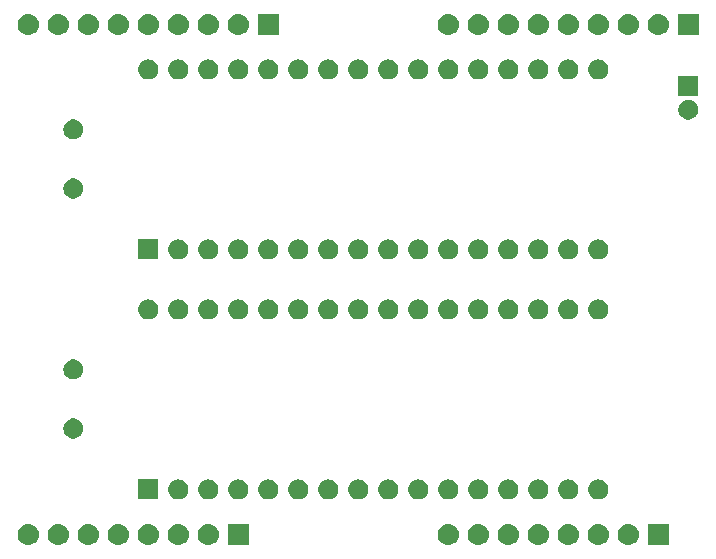
<source format=gbr>
G04 #@! TF.GenerationSoftware,KiCad,Pcbnew,(5.1.0-0)*
G04 #@! TF.CreationDate,2019-10-13T08:18:26-07:00*
G04 #@! TF.ProjectId,InstructionROMDaughterBoard,496e7374-7275-4637-9469-6f6e524f4d44,rev?*
G04 #@! TF.SameCoordinates,Original*
G04 #@! TF.FileFunction,Soldermask,Top*
G04 #@! TF.FilePolarity,Negative*
%FSLAX46Y46*%
G04 Gerber Fmt 4.6, Leading zero omitted, Abs format (unit mm)*
G04 Created by KiCad (PCBNEW (5.1.0-0)) date 2019-10-13 08:18:26*
%MOMM*%
%LPD*%
G04 APERTURE LIST*
%ADD10C,0.100000*%
G04 APERTURE END LIST*
D10*
G36*
X168541000Y-99961000D02*
G01*
X166739000Y-99961000D01*
X166739000Y-98159000D01*
X168541000Y-98159000D01*
X168541000Y-99961000D01*
X168541000Y-99961000D01*
G37*
G36*
X165210443Y-98165519D02*
G01*
X165276627Y-98172037D01*
X165446466Y-98223557D01*
X165602991Y-98307222D01*
X165638729Y-98336552D01*
X165740186Y-98419814D01*
X165823448Y-98521271D01*
X165852778Y-98557009D01*
X165936443Y-98713534D01*
X165987963Y-98883373D01*
X166005359Y-99060000D01*
X165987963Y-99236627D01*
X165936443Y-99406466D01*
X165852778Y-99562991D01*
X165823448Y-99598729D01*
X165740186Y-99700186D01*
X165638729Y-99783448D01*
X165602991Y-99812778D01*
X165446466Y-99896443D01*
X165276627Y-99947963D01*
X165210443Y-99954481D01*
X165144260Y-99961000D01*
X165055740Y-99961000D01*
X164989557Y-99954481D01*
X164923373Y-99947963D01*
X164753534Y-99896443D01*
X164597009Y-99812778D01*
X164561271Y-99783448D01*
X164459814Y-99700186D01*
X164376552Y-99598729D01*
X164347222Y-99562991D01*
X164263557Y-99406466D01*
X164212037Y-99236627D01*
X164194641Y-99060000D01*
X164212037Y-98883373D01*
X164263557Y-98713534D01*
X164347222Y-98557009D01*
X164376552Y-98521271D01*
X164459814Y-98419814D01*
X164561271Y-98336552D01*
X164597009Y-98307222D01*
X164753534Y-98223557D01*
X164923373Y-98172037D01*
X164989557Y-98165519D01*
X165055740Y-98159000D01*
X165144260Y-98159000D01*
X165210443Y-98165519D01*
X165210443Y-98165519D01*
G37*
G36*
X162670443Y-98165519D02*
G01*
X162736627Y-98172037D01*
X162906466Y-98223557D01*
X163062991Y-98307222D01*
X163098729Y-98336552D01*
X163200186Y-98419814D01*
X163283448Y-98521271D01*
X163312778Y-98557009D01*
X163396443Y-98713534D01*
X163447963Y-98883373D01*
X163465359Y-99060000D01*
X163447963Y-99236627D01*
X163396443Y-99406466D01*
X163312778Y-99562991D01*
X163283448Y-99598729D01*
X163200186Y-99700186D01*
X163098729Y-99783448D01*
X163062991Y-99812778D01*
X162906466Y-99896443D01*
X162736627Y-99947963D01*
X162670443Y-99954481D01*
X162604260Y-99961000D01*
X162515740Y-99961000D01*
X162449557Y-99954481D01*
X162383373Y-99947963D01*
X162213534Y-99896443D01*
X162057009Y-99812778D01*
X162021271Y-99783448D01*
X161919814Y-99700186D01*
X161836552Y-99598729D01*
X161807222Y-99562991D01*
X161723557Y-99406466D01*
X161672037Y-99236627D01*
X161654641Y-99060000D01*
X161672037Y-98883373D01*
X161723557Y-98713534D01*
X161807222Y-98557009D01*
X161836552Y-98521271D01*
X161919814Y-98419814D01*
X162021271Y-98336552D01*
X162057009Y-98307222D01*
X162213534Y-98223557D01*
X162383373Y-98172037D01*
X162449557Y-98165519D01*
X162515740Y-98159000D01*
X162604260Y-98159000D01*
X162670443Y-98165519D01*
X162670443Y-98165519D01*
G37*
G36*
X160130443Y-98165519D02*
G01*
X160196627Y-98172037D01*
X160366466Y-98223557D01*
X160522991Y-98307222D01*
X160558729Y-98336552D01*
X160660186Y-98419814D01*
X160743448Y-98521271D01*
X160772778Y-98557009D01*
X160856443Y-98713534D01*
X160907963Y-98883373D01*
X160925359Y-99060000D01*
X160907963Y-99236627D01*
X160856443Y-99406466D01*
X160772778Y-99562991D01*
X160743448Y-99598729D01*
X160660186Y-99700186D01*
X160558729Y-99783448D01*
X160522991Y-99812778D01*
X160366466Y-99896443D01*
X160196627Y-99947963D01*
X160130443Y-99954481D01*
X160064260Y-99961000D01*
X159975740Y-99961000D01*
X159909557Y-99954481D01*
X159843373Y-99947963D01*
X159673534Y-99896443D01*
X159517009Y-99812778D01*
X159481271Y-99783448D01*
X159379814Y-99700186D01*
X159296552Y-99598729D01*
X159267222Y-99562991D01*
X159183557Y-99406466D01*
X159132037Y-99236627D01*
X159114641Y-99060000D01*
X159132037Y-98883373D01*
X159183557Y-98713534D01*
X159267222Y-98557009D01*
X159296552Y-98521271D01*
X159379814Y-98419814D01*
X159481271Y-98336552D01*
X159517009Y-98307222D01*
X159673534Y-98223557D01*
X159843373Y-98172037D01*
X159909557Y-98165519D01*
X159975740Y-98159000D01*
X160064260Y-98159000D01*
X160130443Y-98165519D01*
X160130443Y-98165519D01*
G37*
G36*
X157590443Y-98165519D02*
G01*
X157656627Y-98172037D01*
X157826466Y-98223557D01*
X157982991Y-98307222D01*
X158018729Y-98336552D01*
X158120186Y-98419814D01*
X158203448Y-98521271D01*
X158232778Y-98557009D01*
X158316443Y-98713534D01*
X158367963Y-98883373D01*
X158385359Y-99060000D01*
X158367963Y-99236627D01*
X158316443Y-99406466D01*
X158232778Y-99562991D01*
X158203448Y-99598729D01*
X158120186Y-99700186D01*
X158018729Y-99783448D01*
X157982991Y-99812778D01*
X157826466Y-99896443D01*
X157656627Y-99947963D01*
X157590443Y-99954481D01*
X157524260Y-99961000D01*
X157435740Y-99961000D01*
X157369557Y-99954481D01*
X157303373Y-99947963D01*
X157133534Y-99896443D01*
X156977009Y-99812778D01*
X156941271Y-99783448D01*
X156839814Y-99700186D01*
X156756552Y-99598729D01*
X156727222Y-99562991D01*
X156643557Y-99406466D01*
X156592037Y-99236627D01*
X156574641Y-99060000D01*
X156592037Y-98883373D01*
X156643557Y-98713534D01*
X156727222Y-98557009D01*
X156756552Y-98521271D01*
X156839814Y-98419814D01*
X156941271Y-98336552D01*
X156977009Y-98307222D01*
X157133534Y-98223557D01*
X157303373Y-98172037D01*
X157369557Y-98165519D01*
X157435740Y-98159000D01*
X157524260Y-98159000D01*
X157590443Y-98165519D01*
X157590443Y-98165519D01*
G37*
G36*
X155050443Y-98165519D02*
G01*
X155116627Y-98172037D01*
X155286466Y-98223557D01*
X155442991Y-98307222D01*
X155478729Y-98336552D01*
X155580186Y-98419814D01*
X155663448Y-98521271D01*
X155692778Y-98557009D01*
X155776443Y-98713534D01*
X155827963Y-98883373D01*
X155845359Y-99060000D01*
X155827963Y-99236627D01*
X155776443Y-99406466D01*
X155692778Y-99562991D01*
X155663448Y-99598729D01*
X155580186Y-99700186D01*
X155478729Y-99783448D01*
X155442991Y-99812778D01*
X155286466Y-99896443D01*
X155116627Y-99947963D01*
X155050443Y-99954481D01*
X154984260Y-99961000D01*
X154895740Y-99961000D01*
X154829557Y-99954481D01*
X154763373Y-99947963D01*
X154593534Y-99896443D01*
X154437009Y-99812778D01*
X154401271Y-99783448D01*
X154299814Y-99700186D01*
X154216552Y-99598729D01*
X154187222Y-99562991D01*
X154103557Y-99406466D01*
X154052037Y-99236627D01*
X154034641Y-99060000D01*
X154052037Y-98883373D01*
X154103557Y-98713534D01*
X154187222Y-98557009D01*
X154216552Y-98521271D01*
X154299814Y-98419814D01*
X154401271Y-98336552D01*
X154437009Y-98307222D01*
X154593534Y-98223557D01*
X154763373Y-98172037D01*
X154829557Y-98165519D01*
X154895740Y-98159000D01*
X154984260Y-98159000D01*
X155050443Y-98165519D01*
X155050443Y-98165519D01*
G37*
G36*
X152510443Y-98165519D02*
G01*
X152576627Y-98172037D01*
X152746466Y-98223557D01*
X152902991Y-98307222D01*
X152938729Y-98336552D01*
X153040186Y-98419814D01*
X153123448Y-98521271D01*
X153152778Y-98557009D01*
X153236443Y-98713534D01*
X153287963Y-98883373D01*
X153305359Y-99060000D01*
X153287963Y-99236627D01*
X153236443Y-99406466D01*
X153152778Y-99562991D01*
X153123448Y-99598729D01*
X153040186Y-99700186D01*
X152938729Y-99783448D01*
X152902991Y-99812778D01*
X152746466Y-99896443D01*
X152576627Y-99947963D01*
X152510443Y-99954481D01*
X152444260Y-99961000D01*
X152355740Y-99961000D01*
X152289557Y-99954481D01*
X152223373Y-99947963D01*
X152053534Y-99896443D01*
X151897009Y-99812778D01*
X151861271Y-99783448D01*
X151759814Y-99700186D01*
X151676552Y-99598729D01*
X151647222Y-99562991D01*
X151563557Y-99406466D01*
X151512037Y-99236627D01*
X151494641Y-99060000D01*
X151512037Y-98883373D01*
X151563557Y-98713534D01*
X151647222Y-98557009D01*
X151676552Y-98521271D01*
X151759814Y-98419814D01*
X151861271Y-98336552D01*
X151897009Y-98307222D01*
X152053534Y-98223557D01*
X152223373Y-98172037D01*
X152289557Y-98165519D01*
X152355740Y-98159000D01*
X152444260Y-98159000D01*
X152510443Y-98165519D01*
X152510443Y-98165519D01*
G37*
G36*
X149970443Y-98165519D02*
G01*
X150036627Y-98172037D01*
X150206466Y-98223557D01*
X150362991Y-98307222D01*
X150398729Y-98336552D01*
X150500186Y-98419814D01*
X150583448Y-98521271D01*
X150612778Y-98557009D01*
X150696443Y-98713534D01*
X150747963Y-98883373D01*
X150765359Y-99060000D01*
X150747963Y-99236627D01*
X150696443Y-99406466D01*
X150612778Y-99562991D01*
X150583448Y-99598729D01*
X150500186Y-99700186D01*
X150398729Y-99783448D01*
X150362991Y-99812778D01*
X150206466Y-99896443D01*
X150036627Y-99947963D01*
X149970443Y-99954481D01*
X149904260Y-99961000D01*
X149815740Y-99961000D01*
X149749557Y-99954481D01*
X149683373Y-99947963D01*
X149513534Y-99896443D01*
X149357009Y-99812778D01*
X149321271Y-99783448D01*
X149219814Y-99700186D01*
X149136552Y-99598729D01*
X149107222Y-99562991D01*
X149023557Y-99406466D01*
X148972037Y-99236627D01*
X148954641Y-99060000D01*
X148972037Y-98883373D01*
X149023557Y-98713534D01*
X149107222Y-98557009D01*
X149136552Y-98521271D01*
X149219814Y-98419814D01*
X149321271Y-98336552D01*
X149357009Y-98307222D01*
X149513534Y-98223557D01*
X149683373Y-98172037D01*
X149749557Y-98165519D01*
X149815740Y-98159000D01*
X149904260Y-98159000D01*
X149970443Y-98165519D01*
X149970443Y-98165519D01*
G37*
G36*
X132981000Y-99961000D02*
G01*
X131179000Y-99961000D01*
X131179000Y-98159000D01*
X132981000Y-98159000D01*
X132981000Y-99961000D01*
X132981000Y-99961000D01*
G37*
G36*
X129650443Y-98165519D02*
G01*
X129716627Y-98172037D01*
X129886466Y-98223557D01*
X130042991Y-98307222D01*
X130078729Y-98336552D01*
X130180186Y-98419814D01*
X130263448Y-98521271D01*
X130292778Y-98557009D01*
X130376443Y-98713534D01*
X130427963Y-98883373D01*
X130445359Y-99060000D01*
X130427963Y-99236627D01*
X130376443Y-99406466D01*
X130292778Y-99562991D01*
X130263448Y-99598729D01*
X130180186Y-99700186D01*
X130078729Y-99783448D01*
X130042991Y-99812778D01*
X129886466Y-99896443D01*
X129716627Y-99947963D01*
X129650443Y-99954481D01*
X129584260Y-99961000D01*
X129495740Y-99961000D01*
X129429557Y-99954481D01*
X129363373Y-99947963D01*
X129193534Y-99896443D01*
X129037009Y-99812778D01*
X129001271Y-99783448D01*
X128899814Y-99700186D01*
X128816552Y-99598729D01*
X128787222Y-99562991D01*
X128703557Y-99406466D01*
X128652037Y-99236627D01*
X128634641Y-99060000D01*
X128652037Y-98883373D01*
X128703557Y-98713534D01*
X128787222Y-98557009D01*
X128816552Y-98521271D01*
X128899814Y-98419814D01*
X129001271Y-98336552D01*
X129037009Y-98307222D01*
X129193534Y-98223557D01*
X129363373Y-98172037D01*
X129429557Y-98165519D01*
X129495740Y-98159000D01*
X129584260Y-98159000D01*
X129650443Y-98165519D01*
X129650443Y-98165519D01*
G37*
G36*
X127110443Y-98165519D02*
G01*
X127176627Y-98172037D01*
X127346466Y-98223557D01*
X127502991Y-98307222D01*
X127538729Y-98336552D01*
X127640186Y-98419814D01*
X127723448Y-98521271D01*
X127752778Y-98557009D01*
X127836443Y-98713534D01*
X127887963Y-98883373D01*
X127905359Y-99060000D01*
X127887963Y-99236627D01*
X127836443Y-99406466D01*
X127752778Y-99562991D01*
X127723448Y-99598729D01*
X127640186Y-99700186D01*
X127538729Y-99783448D01*
X127502991Y-99812778D01*
X127346466Y-99896443D01*
X127176627Y-99947963D01*
X127110443Y-99954481D01*
X127044260Y-99961000D01*
X126955740Y-99961000D01*
X126889557Y-99954481D01*
X126823373Y-99947963D01*
X126653534Y-99896443D01*
X126497009Y-99812778D01*
X126461271Y-99783448D01*
X126359814Y-99700186D01*
X126276552Y-99598729D01*
X126247222Y-99562991D01*
X126163557Y-99406466D01*
X126112037Y-99236627D01*
X126094641Y-99060000D01*
X126112037Y-98883373D01*
X126163557Y-98713534D01*
X126247222Y-98557009D01*
X126276552Y-98521271D01*
X126359814Y-98419814D01*
X126461271Y-98336552D01*
X126497009Y-98307222D01*
X126653534Y-98223557D01*
X126823373Y-98172037D01*
X126889557Y-98165519D01*
X126955740Y-98159000D01*
X127044260Y-98159000D01*
X127110443Y-98165519D01*
X127110443Y-98165519D01*
G37*
G36*
X124570443Y-98165519D02*
G01*
X124636627Y-98172037D01*
X124806466Y-98223557D01*
X124962991Y-98307222D01*
X124998729Y-98336552D01*
X125100186Y-98419814D01*
X125183448Y-98521271D01*
X125212778Y-98557009D01*
X125296443Y-98713534D01*
X125347963Y-98883373D01*
X125365359Y-99060000D01*
X125347963Y-99236627D01*
X125296443Y-99406466D01*
X125212778Y-99562991D01*
X125183448Y-99598729D01*
X125100186Y-99700186D01*
X124998729Y-99783448D01*
X124962991Y-99812778D01*
X124806466Y-99896443D01*
X124636627Y-99947963D01*
X124570443Y-99954481D01*
X124504260Y-99961000D01*
X124415740Y-99961000D01*
X124349557Y-99954481D01*
X124283373Y-99947963D01*
X124113534Y-99896443D01*
X123957009Y-99812778D01*
X123921271Y-99783448D01*
X123819814Y-99700186D01*
X123736552Y-99598729D01*
X123707222Y-99562991D01*
X123623557Y-99406466D01*
X123572037Y-99236627D01*
X123554641Y-99060000D01*
X123572037Y-98883373D01*
X123623557Y-98713534D01*
X123707222Y-98557009D01*
X123736552Y-98521271D01*
X123819814Y-98419814D01*
X123921271Y-98336552D01*
X123957009Y-98307222D01*
X124113534Y-98223557D01*
X124283373Y-98172037D01*
X124349557Y-98165519D01*
X124415740Y-98159000D01*
X124504260Y-98159000D01*
X124570443Y-98165519D01*
X124570443Y-98165519D01*
G37*
G36*
X122030443Y-98165519D02*
G01*
X122096627Y-98172037D01*
X122266466Y-98223557D01*
X122422991Y-98307222D01*
X122458729Y-98336552D01*
X122560186Y-98419814D01*
X122643448Y-98521271D01*
X122672778Y-98557009D01*
X122756443Y-98713534D01*
X122807963Y-98883373D01*
X122825359Y-99060000D01*
X122807963Y-99236627D01*
X122756443Y-99406466D01*
X122672778Y-99562991D01*
X122643448Y-99598729D01*
X122560186Y-99700186D01*
X122458729Y-99783448D01*
X122422991Y-99812778D01*
X122266466Y-99896443D01*
X122096627Y-99947963D01*
X122030443Y-99954481D01*
X121964260Y-99961000D01*
X121875740Y-99961000D01*
X121809557Y-99954481D01*
X121743373Y-99947963D01*
X121573534Y-99896443D01*
X121417009Y-99812778D01*
X121381271Y-99783448D01*
X121279814Y-99700186D01*
X121196552Y-99598729D01*
X121167222Y-99562991D01*
X121083557Y-99406466D01*
X121032037Y-99236627D01*
X121014641Y-99060000D01*
X121032037Y-98883373D01*
X121083557Y-98713534D01*
X121167222Y-98557009D01*
X121196552Y-98521271D01*
X121279814Y-98419814D01*
X121381271Y-98336552D01*
X121417009Y-98307222D01*
X121573534Y-98223557D01*
X121743373Y-98172037D01*
X121809557Y-98165519D01*
X121875740Y-98159000D01*
X121964260Y-98159000D01*
X122030443Y-98165519D01*
X122030443Y-98165519D01*
G37*
G36*
X119490443Y-98165519D02*
G01*
X119556627Y-98172037D01*
X119726466Y-98223557D01*
X119882991Y-98307222D01*
X119918729Y-98336552D01*
X120020186Y-98419814D01*
X120103448Y-98521271D01*
X120132778Y-98557009D01*
X120216443Y-98713534D01*
X120267963Y-98883373D01*
X120285359Y-99060000D01*
X120267963Y-99236627D01*
X120216443Y-99406466D01*
X120132778Y-99562991D01*
X120103448Y-99598729D01*
X120020186Y-99700186D01*
X119918729Y-99783448D01*
X119882991Y-99812778D01*
X119726466Y-99896443D01*
X119556627Y-99947963D01*
X119490443Y-99954481D01*
X119424260Y-99961000D01*
X119335740Y-99961000D01*
X119269557Y-99954481D01*
X119203373Y-99947963D01*
X119033534Y-99896443D01*
X118877009Y-99812778D01*
X118841271Y-99783448D01*
X118739814Y-99700186D01*
X118656552Y-99598729D01*
X118627222Y-99562991D01*
X118543557Y-99406466D01*
X118492037Y-99236627D01*
X118474641Y-99060000D01*
X118492037Y-98883373D01*
X118543557Y-98713534D01*
X118627222Y-98557009D01*
X118656552Y-98521271D01*
X118739814Y-98419814D01*
X118841271Y-98336552D01*
X118877009Y-98307222D01*
X119033534Y-98223557D01*
X119203373Y-98172037D01*
X119269557Y-98165519D01*
X119335740Y-98159000D01*
X119424260Y-98159000D01*
X119490443Y-98165519D01*
X119490443Y-98165519D01*
G37*
G36*
X116950443Y-98165519D02*
G01*
X117016627Y-98172037D01*
X117186466Y-98223557D01*
X117342991Y-98307222D01*
X117378729Y-98336552D01*
X117480186Y-98419814D01*
X117563448Y-98521271D01*
X117592778Y-98557009D01*
X117676443Y-98713534D01*
X117727963Y-98883373D01*
X117745359Y-99060000D01*
X117727963Y-99236627D01*
X117676443Y-99406466D01*
X117592778Y-99562991D01*
X117563448Y-99598729D01*
X117480186Y-99700186D01*
X117378729Y-99783448D01*
X117342991Y-99812778D01*
X117186466Y-99896443D01*
X117016627Y-99947963D01*
X116950443Y-99954481D01*
X116884260Y-99961000D01*
X116795740Y-99961000D01*
X116729557Y-99954481D01*
X116663373Y-99947963D01*
X116493534Y-99896443D01*
X116337009Y-99812778D01*
X116301271Y-99783448D01*
X116199814Y-99700186D01*
X116116552Y-99598729D01*
X116087222Y-99562991D01*
X116003557Y-99406466D01*
X115952037Y-99236627D01*
X115934641Y-99060000D01*
X115952037Y-98883373D01*
X116003557Y-98713534D01*
X116087222Y-98557009D01*
X116116552Y-98521271D01*
X116199814Y-98419814D01*
X116301271Y-98336552D01*
X116337009Y-98307222D01*
X116493534Y-98223557D01*
X116663373Y-98172037D01*
X116729557Y-98165519D01*
X116795740Y-98159000D01*
X116884260Y-98159000D01*
X116950443Y-98165519D01*
X116950443Y-98165519D01*
G37*
G36*
X114410443Y-98165519D02*
G01*
X114476627Y-98172037D01*
X114646466Y-98223557D01*
X114802991Y-98307222D01*
X114838729Y-98336552D01*
X114940186Y-98419814D01*
X115023448Y-98521271D01*
X115052778Y-98557009D01*
X115136443Y-98713534D01*
X115187963Y-98883373D01*
X115205359Y-99060000D01*
X115187963Y-99236627D01*
X115136443Y-99406466D01*
X115052778Y-99562991D01*
X115023448Y-99598729D01*
X114940186Y-99700186D01*
X114838729Y-99783448D01*
X114802991Y-99812778D01*
X114646466Y-99896443D01*
X114476627Y-99947963D01*
X114410443Y-99954481D01*
X114344260Y-99961000D01*
X114255740Y-99961000D01*
X114189557Y-99954481D01*
X114123373Y-99947963D01*
X113953534Y-99896443D01*
X113797009Y-99812778D01*
X113761271Y-99783448D01*
X113659814Y-99700186D01*
X113576552Y-99598729D01*
X113547222Y-99562991D01*
X113463557Y-99406466D01*
X113412037Y-99236627D01*
X113394641Y-99060000D01*
X113412037Y-98883373D01*
X113463557Y-98713534D01*
X113547222Y-98557009D01*
X113576552Y-98521271D01*
X113659814Y-98419814D01*
X113761271Y-98336552D01*
X113797009Y-98307222D01*
X113953534Y-98223557D01*
X114123373Y-98172037D01*
X114189557Y-98165519D01*
X114255740Y-98159000D01*
X114344260Y-98159000D01*
X114410443Y-98165519D01*
X114410443Y-98165519D01*
G37*
G36*
X129706823Y-94411313D02*
G01*
X129867242Y-94459976D01*
X129999906Y-94530886D01*
X130015078Y-94538996D01*
X130144659Y-94645341D01*
X130251004Y-94774922D01*
X130251005Y-94774924D01*
X130330024Y-94922758D01*
X130378687Y-95083177D01*
X130395117Y-95250000D01*
X130378687Y-95416823D01*
X130330024Y-95577242D01*
X130259114Y-95709906D01*
X130251004Y-95725078D01*
X130144659Y-95854659D01*
X130015078Y-95961004D01*
X130015076Y-95961005D01*
X129867242Y-96040024D01*
X129706823Y-96088687D01*
X129581804Y-96101000D01*
X129498196Y-96101000D01*
X129373177Y-96088687D01*
X129212758Y-96040024D01*
X129064924Y-95961005D01*
X129064922Y-95961004D01*
X128935341Y-95854659D01*
X128828996Y-95725078D01*
X128820886Y-95709906D01*
X128749976Y-95577242D01*
X128701313Y-95416823D01*
X128684883Y-95250000D01*
X128701313Y-95083177D01*
X128749976Y-94922758D01*
X128828995Y-94774924D01*
X128828996Y-94774922D01*
X128935341Y-94645341D01*
X129064922Y-94538996D01*
X129080094Y-94530886D01*
X129212758Y-94459976D01*
X129373177Y-94411313D01*
X129498196Y-94399000D01*
X129581804Y-94399000D01*
X129706823Y-94411313D01*
X129706823Y-94411313D01*
G37*
G36*
X157646823Y-94411313D02*
G01*
X157807242Y-94459976D01*
X157939906Y-94530886D01*
X157955078Y-94538996D01*
X158084659Y-94645341D01*
X158191004Y-94774922D01*
X158191005Y-94774924D01*
X158270024Y-94922758D01*
X158318687Y-95083177D01*
X158335117Y-95250000D01*
X158318687Y-95416823D01*
X158270024Y-95577242D01*
X158199114Y-95709906D01*
X158191004Y-95725078D01*
X158084659Y-95854659D01*
X157955078Y-95961004D01*
X157955076Y-95961005D01*
X157807242Y-96040024D01*
X157646823Y-96088687D01*
X157521804Y-96101000D01*
X157438196Y-96101000D01*
X157313177Y-96088687D01*
X157152758Y-96040024D01*
X157004924Y-95961005D01*
X157004922Y-95961004D01*
X156875341Y-95854659D01*
X156768996Y-95725078D01*
X156760886Y-95709906D01*
X156689976Y-95577242D01*
X156641313Y-95416823D01*
X156624883Y-95250000D01*
X156641313Y-95083177D01*
X156689976Y-94922758D01*
X156768995Y-94774924D01*
X156768996Y-94774922D01*
X156875341Y-94645341D01*
X157004922Y-94538996D01*
X157020094Y-94530886D01*
X157152758Y-94459976D01*
X157313177Y-94411313D01*
X157438196Y-94399000D01*
X157521804Y-94399000D01*
X157646823Y-94411313D01*
X157646823Y-94411313D01*
G37*
G36*
X132246823Y-94411313D02*
G01*
X132407242Y-94459976D01*
X132539906Y-94530886D01*
X132555078Y-94538996D01*
X132684659Y-94645341D01*
X132791004Y-94774922D01*
X132791005Y-94774924D01*
X132870024Y-94922758D01*
X132918687Y-95083177D01*
X132935117Y-95250000D01*
X132918687Y-95416823D01*
X132870024Y-95577242D01*
X132799114Y-95709906D01*
X132791004Y-95725078D01*
X132684659Y-95854659D01*
X132555078Y-95961004D01*
X132555076Y-95961005D01*
X132407242Y-96040024D01*
X132246823Y-96088687D01*
X132121804Y-96101000D01*
X132038196Y-96101000D01*
X131913177Y-96088687D01*
X131752758Y-96040024D01*
X131604924Y-95961005D01*
X131604922Y-95961004D01*
X131475341Y-95854659D01*
X131368996Y-95725078D01*
X131360886Y-95709906D01*
X131289976Y-95577242D01*
X131241313Y-95416823D01*
X131224883Y-95250000D01*
X131241313Y-95083177D01*
X131289976Y-94922758D01*
X131368995Y-94774924D01*
X131368996Y-94774922D01*
X131475341Y-94645341D01*
X131604922Y-94538996D01*
X131620094Y-94530886D01*
X131752758Y-94459976D01*
X131913177Y-94411313D01*
X132038196Y-94399000D01*
X132121804Y-94399000D01*
X132246823Y-94411313D01*
X132246823Y-94411313D01*
G37*
G36*
X134786823Y-94411313D02*
G01*
X134947242Y-94459976D01*
X135079906Y-94530886D01*
X135095078Y-94538996D01*
X135224659Y-94645341D01*
X135331004Y-94774922D01*
X135331005Y-94774924D01*
X135410024Y-94922758D01*
X135458687Y-95083177D01*
X135475117Y-95250000D01*
X135458687Y-95416823D01*
X135410024Y-95577242D01*
X135339114Y-95709906D01*
X135331004Y-95725078D01*
X135224659Y-95854659D01*
X135095078Y-95961004D01*
X135095076Y-95961005D01*
X134947242Y-96040024D01*
X134786823Y-96088687D01*
X134661804Y-96101000D01*
X134578196Y-96101000D01*
X134453177Y-96088687D01*
X134292758Y-96040024D01*
X134144924Y-95961005D01*
X134144922Y-95961004D01*
X134015341Y-95854659D01*
X133908996Y-95725078D01*
X133900886Y-95709906D01*
X133829976Y-95577242D01*
X133781313Y-95416823D01*
X133764883Y-95250000D01*
X133781313Y-95083177D01*
X133829976Y-94922758D01*
X133908995Y-94774924D01*
X133908996Y-94774922D01*
X134015341Y-94645341D01*
X134144922Y-94538996D01*
X134160094Y-94530886D01*
X134292758Y-94459976D01*
X134453177Y-94411313D01*
X134578196Y-94399000D01*
X134661804Y-94399000D01*
X134786823Y-94411313D01*
X134786823Y-94411313D01*
G37*
G36*
X137326823Y-94411313D02*
G01*
X137487242Y-94459976D01*
X137619906Y-94530886D01*
X137635078Y-94538996D01*
X137764659Y-94645341D01*
X137871004Y-94774922D01*
X137871005Y-94774924D01*
X137950024Y-94922758D01*
X137998687Y-95083177D01*
X138015117Y-95250000D01*
X137998687Y-95416823D01*
X137950024Y-95577242D01*
X137879114Y-95709906D01*
X137871004Y-95725078D01*
X137764659Y-95854659D01*
X137635078Y-95961004D01*
X137635076Y-95961005D01*
X137487242Y-96040024D01*
X137326823Y-96088687D01*
X137201804Y-96101000D01*
X137118196Y-96101000D01*
X136993177Y-96088687D01*
X136832758Y-96040024D01*
X136684924Y-95961005D01*
X136684922Y-95961004D01*
X136555341Y-95854659D01*
X136448996Y-95725078D01*
X136440886Y-95709906D01*
X136369976Y-95577242D01*
X136321313Y-95416823D01*
X136304883Y-95250000D01*
X136321313Y-95083177D01*
X136369976Y-94922758D01*
X136448995Y-94774924D01*
X136448996Y-94774922D01*
X136555341Y-94645341D01*
X136684922Y-94538996D01*
X136700094Y-94530886D01*
X136832758Y-94459976D01*
X136993177Y-94411313D01*
X137118196Y-94399000D01*
X137201804Y-94399000D01*
X137326823Y-94411313D01*
X137326823Y-94411313D01*
G37*
G36*
X139866823Y-94411313D02*
G01*
X140027242Y-94459976D01*
X140159906Y-94530886D01*
X140175078Y-94538996D01*
X140304659Y-94645341D01*
X140411004Y-94774922D01*
X140411005Y-94774924D01*
X140490024Y-94922758D01*
X140538687Y-95083177D01*
X140555117Y-95250000D01*
X140538687Y-95416823D01*
X140490024Y-95577242D01*
X140419114Y-95709906D01*
X140411004Y-95725078D01*
X140304659Y-95854659D01*
X140175078Y-95961004D01*
X140175076Y-95961005D01*
X140027242Y-96040024D01*
X139866823Y-96088687D01*
X139741804Y-96101000D01*
X139658196Y-96101000D01*
X139533177Y-96088687D01*
X139372758Y-96040024D01*
X139224924Y-95961005D01*
X139224922Y-95961004D01*
X139095341Y-95854659D01*
X138988996Y-95725078D01*
X138980886Y-95709906D01*
X138909976Y-95577242D01*
X138861313Y-95416823D01*
X138844883Y-95250000D01*
X138861313Y-95083177D01*
X138909976Y-94922758D01*
X138988995Y-94774924D01*
X138988996Y-94774922D01*
X139095341Y-94645341D01*
X139224922Y-94538996D01*
X139240094Y-94530886D01*
X139372758Y-94459976D01*
X139533177Y-94411313D01*
X139658196Y-94399000D01*
X139741804Y-94399000D01*
X139866823Y-94411313D01*
X139866823Y-94411313D01*
G37*
G36*
X142406823Y-94411313D02*
G01*
X142567242Y-94459976D01*
X142699906Y-94530886D01*
X142715078Y-94538996D01*
X142844659Y-94645341D01*
X142951004Y-94774922D01*
X142951005Y-94774924D01*
X143030024Y-94922758D01*
X143078687Y-95083177D01*
X143095117Y-95250000D01*
X143078687Y-95416823D01*
X143030024Y-95577242D01*
X142959114Y-95709906D01*
X142951004Y-95725078D01*
X142844659Y-95854659D01*
X142715078Y-95961004D01*
X142715076Y-95961005D01*
X142567242Y-96040024D01*
X142406823Y-96088687D01*
X142281804Y-96101000D01*
X142198196Y-96101000D01*
X142073177Y-96088687D01*
X141912758Y-96040024D01*
X141764924Y-95961005D01*
X141764922Y-95961004D01*
X141635341Y-95854659D01*
X141528996Y-95725078D01*
X141520886Y-95709906D01*
X141449976Y-95577242D01*
X141401313Y-95416823D01*
X141384883Y-95250000D01*
X141401313Y-95083177D01*
X141449976Y-94922758D01*
X141528995Y-94774924D01*
X141528996Y-94774922D01*
X141635341Y-94645341D01*
X141764922Y-94538996D01*
X141780094Y-94530886D01*
X141912758Y-94459976D01*
X142073177Y-94411313D01*
X142198196Y-94399000D01*
X142281804Y-94399000D01*
X142406823Y-94411313D01*
X142406823Y-94411313D01*
G37*
G36*
X144946823Y-94411313D02*
G01*
X145107242Y-94459976D01*
X145239906Y-94530886D01*
X145255078Y-94538996D01*
X145384659Y-94645341D01*
X145491004Y-94774922D01*
X145491005Y-94774924D01*
X145570024Y-94922758D01*
X145618687Y-95083177D01*
X145635117Y-95250000D01*
X145618687Y-95416823D01*
X145570024Y-95577242D01*
X145499114Y-95709906D01*
X145491004Y-95725078D01*
X145384659Y-95854659D01*
X145255078Y-95961004D01*
X145255076Y-95961005D01*
X145107242Y-96040024D01*
X144946823Y-96088687D01*
X144821804Y-96101000D01*
X144738196Y-96101000D01*
X144613177Y-96088687D01*
X144452758Y-96040024D01*
X144304924Y-95961005D01*
X144304922Y-95961004D01*
X144175341Y-95854659D01*
X144068996Y-95725078D01*
X144060886Y-95709906D01*
X143989976Y-95577242D01*
X143941313Y-95416823D01*
X143924883Y-95250000D01*
X143941313Y-95083177D01*
X143989976Y-94922758D01*
X144068995Y-94774924D01*
X144068996Y-94774922D01*
X144175341Y-94645341D01*
X144304922Y-94538996D01*
X144320094Y-94530886D01*
X144452758Y-94459976D01*
X144613177Y-94411313D01*
X144738196Y-94399000D01*
X144821804Y-94399000D01*
X144946823Y-94411313D01*
X144946823Y-94411313D01*
G37*
G36*
X147486823Y-94411313D02*
G01*
X147647242Y-94459976D01*
X147779906Y-94530886D01*
X147795078Y-94538996D01*
X147924659Y-94645341D01*
X148031004Y-94774922D01*
X148031005Y-94774924D01*
X148110024Y-94922758D01*
X148158687Y-95083177D01*
X148175117Y-95250000D01*
X148158687Y-95416823D01*
X148110024Y-95577242D01*
X148039114Y-95709906D01*
X148031004Y-95725078D01*
X147924659Y-95854659D01*
X147795078Y-95961004D01*
X147795076Y-95961005D01*
X147647242Y-96040024D01*
X147486823Y-96088687D01*
X147361804Y-96101000D01*
X147278196Y-96101000D01*
X147153177Y-96088687D01*
X146992758Y-96040024D01*
X146844924Y-95961005D01*
X146844922Y-95961004D01*
X146715341Y-95854659D01*
X146608996Y-95725078D01*
X146600886Y-95709906D01*
X146529976Y-95577242D01*
X146481313Y-95416823D01*
X146464883Y-95250000D01*
X146481313Y-95083177D01*
X146529976Y-94922758D01*
X146608995Y-94774924D01*
X146608996Y-94774922D01*
X146715341Y-94645341D01*
X146844922Y-94538996D01*
X146860094Y-94530886D01*
X146992758Y-94459976D01*
X147153177Y-94411313D01*
X147278196Y-94399000D01*
X147361804Y-94399000D01*
X147486823Y-94411313D01*
X147486823Y-94411313D01*
G37*
G36*
X150026823Y-94411313D02*
G01*
X150187242Y-94459976D01*
X150319906Y-94530886D01*
X150335078Y-94538996D01*
X150464659Y-94645341D01*
X150571004Y-94774922D01*
X150571005Y-94774924D01*
X150650024Y-94922758D01*
X150698687Y-95083177D01*
X150715117Y-95250000D01*
X150698687Y-95416823D01*
X150650024Y-95577242D01*
X150579114Y-95709906D01*
X150571004Y-95725078D01*
X150464659Y-95854659D01*
X150335078Y-95961004D01*
X150335076Y-95961005D01*
X150187242Y-96040024D01*
X150026823Y-96088687D01*
X149901804Y-96101000D01*
X149818196Y-96101000D01*
X149693177Y-96088687D01*
X149532758Y-96040024D01*
X149384924Y-95961005D01*
X149384922Y-95961004D01*
X149255341Y-95854659D01*
X149148996Y-95725078D01*
X149140886Y-95709906D01*
X149069976Y-95577242D01*
X149021313Y-95416823D01*
X149004883Y-95250000D01*
X149021313Y-95083177D01*
X149069976Y-94922758D01*
X149148995Y-94774924D01*
X149148996Y-94774922D01*
X149255341Y-94645341D01*
X149384922Y-94538996D01*
X149400094Y-94530886D01*
X149532758Y-94459976D01*
X149693177Y-94411313D01*
X149818196Y-94399000D01*
X149901804Y-94399000D01*
X150026823Y-94411313D01*
X150026823Y-94411313D01*
G37*
G36*
X152566823Y-94411313D02*
G01*
X152727242Y-94459976D01*
X152859906Y-94530886D01*
X152875078Y-94538996D01*
X153004659Y-94645341D01*
X153111004Y-94774922D01*
X153111005Y-94774924D01*
X153190024Y-94922758D01*
X153238687Y-95083177D01*
X153255117Y-95250000D01*
X153238687Y-95416823D01*
X153190024Y-95577242D01*
X153119114Y-95709906D01*
X153111004Y-95725078D01*
X153004659Y-95854659D01*
X152875078Y-95961004D01*
X152875076Y-95961005D01*
X152727242Y-96040024D01*
X152566823Y-96088687D01*
X152441804Y-96101000D01*
X152358196Y-96101000D01*
X152233177Y-96088687D01*
X152072758Y-96040024D01*
X151924924Y-95961005D01*
X151924922Y-95961004D01*
X151795341Y-95854659D01*
X151688996Y-95725078D01*
X151680886Y-95709906D01*
X151609976Y-95577242D01*
X151561313Y-95416823D01*
X151544883Y-95250000D01*
X151561313Y-95083177D01*
X151609976Y-94922758D01*
X151688995Y-94774924D01*
X151688996Y-94774922D01*
X151795341Y-94645341D01*
X151924922Y-94538996D01*
X151940094Y-94530886D01*
X152072758Y-94459976D01*
X152233177Y-94411313D01*
X152358196Y-94399000D01*
X152441804Y-94399000D01*
X152566823Y-94411313D01*
X152566823Y-94411313D01*
G37*
G36*
X155106823Y-94411313D02*
G01*
X155267242Y-94459976D01*
X155399906Y-94530886D01*
X155415078Y-94538996D01*
X155544659Y-94645341D01*
X155651004Y-94774922D01*
X155651005Y-94774924D01*
X155730024Y-94922758D01*
X155778687Y-95083177D01*
X155795117Y-95250000D01*
X155778687Y-95416823D01*
X155730024Y-95577242D01*
X155659114Y-95709906D01*
X155651004Y-95725078D01*
X155544659Y-95854659D01*
X155415078Y-95961004D01*
X155415076Y-95961005D01*
X155267242Y-96040024D01*
X155106823Y-96088687D01*
X154981804Y-96101000D01*
X154898196Y-96101000D01*
X154773177Y-96088687D01*
X154612758Y-96040024D01*
X154464924Y-95961005D01*
X154464922Y-95961004D01*
X154335341Y-95854659D01*
X154228996Y-95725078D01*
X154220886Y-95709906D01*
X154149976Y-95577242D01*
X154101313Y-95416823D01*
X154084883Y-95250000D01*
X154101313Y-95083177D01*
X154149976Y-94922758D01*
X154228995Y-94774924D01*
X154228996Y-94774922D01*
X154335341Y-94645341D01*
X154464922Y-94538996D01*
X154480094Y-94530886D01*
X154612758Y-94459976D01*
X154773177Y-94411313D01*
X154898196Y-94399000D01*
X154981804Y-94399000D01*
X155106823Y-94411313D01*
X155106823Y-94411313D01*
G37*
G36*
X160186823Y-94411313D02*
G01*
X160347242Y-94459976D01*
X160479906Y-94530886D01*
X160495078Y-94538996D01*
X160624659Y-94645341D01*
X160731004Y-94774922D01*
X160731005Y-94774924D01*
X160810024Y-94922758D01*
X160858687Y-95083177D01*
X160875117Y-95250000D01*
X160858687Y-95416823D01*
X160810024Y-95577242D01*
X160739114Y-95709906D01*
X160731004Y-95725078D01*
X160624659Y-95854659D01*
X160495078Y-95961004D01*
X160495076Y-95961005D01*
X160347242Y-96040024D01*
X160186823Y-96088687D01*
X160061804Y-96101000D01*
X159978196Y-96101000D01*
X159853177Y-96088687D01*
X159692758Y-96040024D01*
X159544924Y-95961005D01*
X159544922Y-95961004D01*
X159415341Y-95854659D01*
X159308996Y-95725078D01*
X159300886Y-95709906D01*
X159229976Y-95577242D01*
X159181313Y-95416823D01*
X159164883Y-95250000D01*
X159181313Y-95083177D01*
X159229976Y-94922758D01*
X159308995Y-94774924D01*
X159308996Y-94774922D01*
X159415341Y-94645341D01*
X159544922Y-94538996D01*
X159560094Y-94530886D01*
X159692758Y-94459976D01*
X159853177Y-94411313D01*
X159978196Y-94399000D01*
X160061804Y-94399000D01*
X160186823Y-94411313D01*
X160186823Y-94411313D01*
G37*
G36*
X162726823Y-94411313D02*
G01*
X162887242Y-94459976D01*
X163019906Y-94530886D01*
X163035078Y-94538996D01*
X163164659Y-94645341D01*
X163271004Y-94774922D01*
X163271005Y-94774924D01*
X163350024Y-94922758D01*
X163398687Y-95083177D01*
X163415117Y-95250000D01*
X163398687Y-95416823D01*
X163350024Y-95577242D01*
X163279114Y-95709906D01*
X163271004Y-95725078D01*
X163164659Y-95854659D01*
X163035078Y-95961004D01*
X163035076Y-95961005D01*
X162887242Y-96040024D01*
X162726823Y-96088687D01*
X162601804Y-96101000D01*
X162518196Y-96101000D01*
X162393177Y-96088687D01*
X162232758Y-96040024D01*
X162084924Y-95961005D01*
X162084922Y-95961004D01*
X161955341Y-95854659D01*
X161848996Y-95725078D01*
X161840886Y-95709906D01*
X161769976Y-95577242D01*
X161721313Y-95416823D01*
X161704883Y-95250000D01*
X161721313Y-95083177D01*
X161769976Y-94922758D01*
X161848995Y-94774924D01*
X161848996Y-94774922D01*
X161955341Y-94645341D01*
X162084922Y-94538996D01*
X162100094Y-94530886D01*
X162232758Y-94459976D01*
X162393177Y-94411313D01*
X162518196Y-94399000D01*
X162601804Y-94399000D01*
X162726823Y-94411313D01*
X162726823Y-94411313D01*
G37*
G36*
X127166823Y-94411313D02*
G01*
X127327242Y-94459976D01*
X127459906Y-94530886D01*
X127475078Y-94538996D01*
X127604659Y-94645341D01*
X127711004Y-94774922D01*
X127711005Y-94774924D01*
X127790024Y-94922758D01*
X127838687Y-95083177D01*
X127855117Y-95250000D01*
X127838687Y-95416823D01*
X127790024Y-95577242D01*
X127719114Y-95709906D01*
X127711004Y-95725078D01*
X127604659Y-95854659D01*
X127475078Y-95961004D01*
X127475076Y-95961005D01*
X127327242Y-96040024D01*
X127166823Y-96088687D01*
X127041804Y-96101000D01*
X126958196Y-96101000D01*
X126833177Y-96088687D01*
X126672758Y-96040024D01*
X126524924Y-95961005D01*
X126524922Y-95961004D01*
X126395341Y-95854659D01*
X126288996Y-95725078D01*
X126280886Y-95709906D01*
X126209976Y-95577242D01*
X126161313Y-95416823D01*
X126144883Y-95250000D01*
X126161313Y-95083177D01*
X126209976Y-94922758D01*
X126288995Y-94774924D01*
X126288996Y-94774922D01*
X126395341Y-94645341D01*
X126524922Y-94538996D01*
X126540094Y-94530886D01*
X126672758Y-94459976D01*
X126833177Y-94411313D01*
X126958196Y-94399000D01*
X127041804Y-94399000D01*
X127166823Y-94411313D01*
X127166823Y-94411313D01*
G37*
G36*
X125311000Y-96101000D02*
G01*
X123609000Y-96101000D01*
X123609000Y-94399000D01*
X125311000Y-94399000D01*
X125311000Y-96101000D01*
X125311000Y-96101000D01*
G37*
G36*
X118358228Y-89271703D02*
G01*
X118513100Y-89335853D01*
X118652481Y-89428985D01*
X118771015Y-89547519D01*
X118864147Y-89686900D01*
X118928297Y-89841772D01*
X118961000Y-90006184D01*
X118961000Y-90173816D01*
X118928297Y-90338228D01*
X118864147Y-90493100D01*
X118771015Y-90632481D01*
X118652481Y-90751015D01*
X118513100Y-90844147D01*
X118358228Y-90908297D01*
X118193816Y-90941000D01*
X118026184Y-90941000D01*
X117861772Y-90908297D01*
X117706900Y-90844147D01*
X117567519Y-90751015D01*
X117448985Y-90632481D01*
X117355853Y-90493100D01*
X117291703Y-90338228D01*
X117259000Y-90173816D01*
X117259000Y-90006184D01*
X117291703Y-89841772D01*
X117355853Y-89686900D01*
X117448985Y-89547519D01*
X117567519Y-89428985D01*
X117706900Y-89335853D01*
X117861772Y-89271703D01*
X118026184Y-89239000D01*
X118193816Y-89239000D01*
X118358228Y-89271703D01*
X118358228Y-89271703D01*
G37*
G36*
X118358228Y-84271703D02*
G01*
X118513100Y-84335853D01*
X118652481Y-84428985D01*
X118771015Y-84547519D01*
X118864147Y-84686900D01*
X118928297Y-84841772D01*
X118961000Y-85006184D01*
X118961000Y-85173816D01*
X118928297Y-85338228D01*
X118864147Y-85493100D01*
X118771015Y-85632481D01*
X118652481Y-85751015D01*
X118513100Y-85844147D01*
X118358228Y-85908297D01*
X118193816Y-85941000D01*
X118026184Y-85941000D01*
X117861772Y-85908297D01*
X117706900Y-85844147D01*
X117567519Y-85751015D01*
X117448985Y-85632481D01*
X117355853Y-85493100D01*
X117291703Y-85338228D01*
X117259000Y-85173816D01*
X117259000Y-85006184D01*
X117291703Y-84841772D01*
X117355853Y-84686900D01*
X117448985Y-84547519D01*
X117567519Y-84428985D01*
X117706900Y-84335853D01*
X117861772Y-84271703D01*
X118026184Y-84239000D01*
X118193816Y-84239000D01*
X118358228Y-84271703D01*
X118358228Y-84271703D01*
G37*
G36*
X157646823Y-79171313D02*
G01*
X157807242Y-79219976D01*
X157939906Y-79290886D01*
X157955078Y-79298996D01*
X158084659Y-79405341D01*
X158191004Y-79534922D01*
X158191005Y-79534924D01*
X158270024Y-79682758D01*
X158318687Y-79843177D01*
X158335117Y-80010000D01*
X158318687Y-80176823D01*
X158270024Y-80337242D01*
X158199114Y-80469906D01*
X158191004Y-80485078D01*
X158084659Y-80614659D01*
X157955078Y-80721004D01*
X157955076Y-80721005D01*
X157807242Y-80800024D01*
X157646823Y-80848687D01*
X157521804Y-80861000D01*
X157438196Y-80861000D01*
X157313177Y-80848687D01*
X157152758Y-80800024D01*
X157004924Y-80721005D01*
X157004922Y-80721004D01*
X156875341Y-80614659D01*
X156768996Y-80485078D01*
X156760886Y-80469906D01*
X156689976Y-80337242D01*
X156641313Y-80176823D01*
X156624883Y-80010000D01*
X156641313Y-79843177D01*
X156689976Y-79682758D01*
X156768995Y-79534924D01*
X156768996Y-79534922D01*
X156875341Y-79405341D01*
X157004922Y-79298996D01*
X157020094Y-79290886D01*
X157152758Y-79219976D01*
X157313177Y-79171313D01*
X157438196Y-79159000D01*
X157521804Y-79159000D01*
X157646823Y-79171313D01*
X157646823Y-79171313D01*
G37*
G36*
X162726823Y-79171313D02*
G01*
X162887242Y-79219976D01*
X163019906Y-79290886D01*
X163035078Y-79298996D01*
X163164659Y-79405341D01*
X163271004Y-79534922D01*
X163271005Y-79534924D01*
X163350024Y-79682758D01*
X163398687Y-79843177D01*
X163415117Y-80010000D01*
X163398687Y-80176823D01*
X163350024Y-80337242D01*
X163279114Y-80469906D01*
X163271004Y-80485078D01*
X163164659Y-80614659D01*
X163035078Y-80721004D01*
X163035076Y-80721005D01*
X162887242Y-80800024D01*
X162726823Y-80848687D01*
X162601804Y-80861000D01*
X162518196Y-80861000D01*
X162393177Y-80848687D01*
X162232758Y-80800024D01*
X162084924Y-80721005D01*
X162084922Y-80721004D01*
X161955341Y-80614659D01*
X161848996Y-80485078D01*
X161840886Y-80469906D01*
X161769976Y-80337242D01*
X161721313Y-80176823D01*
X161704883Y-80010000D01*
X161721313Y-79843177D01*
X161769976Y-79682758D01*
X161848995Y-79534924D01*
X161848996Y-79534922D01*
X161955341Y-79405341D01*
X162084922Y-79298996D01*
X162100094Y-79290886D01*
X162232758Y-79219976D01*
X162393177Y-79171313D01*
X162518196Y-79159000D01*
X162601804Y-79159000D01*
X162726823Y-79171313D01*
X162726823Y-79171313D01*
G37*
G36*
X155106823Y-79171313D02*
G01*
X155267242Y-79219976D01*
X155399906Y-79290886D01*
X155415078Y-79298996D01*
X155544659Y-79405341D01*
X155651004Y-79534922D01*
X155651005Y-79534924D01*
X155730024Y-79682758D01*
X155778687Y-79843177D01*
X155795117Y-80010000D01*
X155778687Y-80176823D01*
X155730024Y-80337242D01*
X155659114Y-80469906D01*
X155651004Y-80485078D01*
X155544659Y-80614659D01*
X155415078Y-80721004D01*
X155415076Y-80721005D01*
X155267242Y-80800024D01*
X155106823Y-80848687D01*
X154981804Y-80861000D01*
X154898196Y-80861000D01*
X154773177Y-80848687D01*
X154612758Y-80800024D01*
X154464924Y-80721005D01*
X154464922Y-80721004D01*
X154335341Y-80614659D01*
X154228996Y-80485078D01*
X154220886Y-80469906D01*
X154149976Y-80337242D01*
X154101313Y-80176823D01*
X154084883Y-80010000D01*
X154101313Y-79843177D01*
X154149976Y-79682758D01*
X154228995Y-79534924D01*
X154228996Y-79534922D01*
X154335341Y-79405341D01*
X154464922Y-79298996D01*
X154480094Y-79290886D01*
X154612758Y-79219976D01*
X154773177Y-79171313D01*
X154898196Y-79159000D01*
X154981804Y-79159000D01*
X155106823Y-79171313D01*
X155106823Y-79171313D01*
G37*
G36*
X160186823Y-79171313D02*
G01*
X160347242Y-79219976D01*
X160479906Y-79290886D01*
X160495078Y-79298996D01*
X160624659Y-79405341D01*
X160731004Y-79534922D01*
X160731005Y-79534924D01*
X160810024Y-79682758D01*
X160858687Y-79843177D01*
X160875117Y-80010000D01*
X160858687Y-80176823D01*
X160810024Y-80337242D01*
X160739114Y-80469906D01*
X160731004Y-80485078D01*
X160624659Y-80614659D01*
X160495078Y-80721004D01*
X160495076Y-80721005D01*
X160347242Y-80800024D01*
X160186823Y-80848687D01*
X160061804Y-80861000D01*
X159978196Y-80861000D01*
X159853177Y-80848687D01*
X159692758Y-80800024D01*
X159544924Y-80721005D01*
X159544922Y-80721004D01*
X159415341Y-80614659D01*
X159308996Y-80485078D01*
X159300886Y-80469906D01*
X159229976Y-80337242D01*
X159181313Y-80176823D01*
X159164883Y-80010000D01*
X159181313Y-79843177D01*
X159229976Y-79682758D01*
X159308995Y-79534924D01*
X159308996Y-79534922D01*
X159415341Y-79405341D01*
X159544922Y-79298996D01*
X159560094Y-79290886D01*
X159692758Y-79219976D01*
X159853177Y-79171313D01*
X159978196Y-79159000D01*
X160061804Y-79159000D01*
X160186823Y-79171313D01*
X160186823Y-79171313D01*
G37*
G36*
X152566823Y-79171313D02*
G01*
X152727242Y-79219976D01*
X152859906Y-79290886D01*
X152875078Y-79298996D01*
X153004659Y-79405341D01*
X153111004Y-79534922D01*
X153111005Y-79534924D01*
X153190024Y-79682758D01*
X153238687Y-79843177D01*
X153255117Y-80010000D01*
X153238687Y-80176823D01*
X153190024Y-80337242D01*
X153119114Y-80469906D01*
X153111004Y-80485078D01*
X153004659Y-80614659D01*
X152875078Y-80721004D01*
X152875076Y-80721005D01*
X152727242Y-80800024D01*
X152566823Y-80848687D01*
X152441804Y-80861000D01*
X152358196Y-80861000D01*
X152233177Y-80848687D01*
X152072758Y-80800024D01*
X151924924Y-80721005D01*
X151924922Y-80721004D01*
X151795341Y-80614659D01*
X151688996Y-80485078D01*
X151680886Y-80469906D01*
X151609976Y-80337242D01*
X151561313Y-80176823D01*
X151544883Y-80010000D01*
X151561313Y-79843177D01*
X151609976Y-79682758D01*
X151688995Y-79534924D01*
X151688996Y-79534922D01*
X151795341Y-79405341D01*
X151924922Y-79298996D01*
X151940094Y-79290886D01*
X152072758Y-79219976D01*
X152233177Y-79171313D01*
X152358196Y-79159000D01*
X152441804Y-79159000D01*
X152566823Y-79171313D01*
X152566823Y-79171313D01*
G37*
G36*
X150026823Y-79171313D02*
G01*
X150187242Y-79219976D01*
X150319906Y-79290886D01*
X150335078Y-79298996D01*
X150464659Y-79405341D01*
X150571004Y-79534922D01*
X150571005Y-79534924D01*
X150650024Y-79682758D01*
X150698687Y-79843177D01*
X150715117Y-80010000D01*
X150698687Y-80176823D01*
X150650024Y-80337242D01*
X150579114Y-80469906D01*
X150571004Y-80485078D01*
X150464659Y-80614659D01*
X150335078Y-80721004D01*
X150335076Y-80721005D01*
X150187242Y-80800024D01*
X150026823Y-80848687D01*
X149901804Y-80861000D01*
X149818196Y-80861000D01*
X149693177Y-80848687D01*
X149532758Y-80800024D01*
X149384924Y-80721005D01*
X149384922Y-80721004D01*
X149255341Y-80614659D01*
X149148996Y-80485078D01*
X149140886Y-80469906D01*
X149069976Y-80337242D01*
X149021313Y-80176823D01*
X149004883Y-80010000D01*
X149021313Y-79843177D01*
X149069976Y-79682758D01*
X149148995Y-79534924D01*
X149148996Y-79534922D01*
X149255341Y-79405341D01*
X149384922Y-79298996D01*
X149400094Y-79290886D01*
X149532758Y-79219976D01*
X149693177Y-79171313D01*
X149818196Y-79159000D01*
X149901804Y-79159000D01*
X150026823Y-79171313D01*
X150026823Y-79171313D01*
G37*
G36*
X147486823Y-79171313D02*
G01*
X147647242Y-79219976D01*
X147779906Y-79290886D01*
X147795078Y-79298996D01*
X147924659Y-79405341D01*
X148031004Y-79534922D01*
X148031005Y-79534924D01*
X148110024Y-79682758D01*
X148158687Y-79843177D01*
X148175117Y-80010000D01*
X148158687Y-80176823D01*
X148110024Y-80337242D01*
X148039114Y-80469906D01*
X148031004Y-80485078D01*
X147924659Y-80614659D01*
X147795078Y-80721004D01*
X147795076Y-80721005D01*
X147647242Y-80800024D01*
X147486823Y-80848687D01*
X147361804Y-80861000D01*
X147278196Y-80861000D01*
X147153177Y-80848687D01*
X146992758Y-80800024D01*
X146844924Y-80721005D01*
X146844922Y-80721004D01*
X146715341Y-80614659D01*
X146608996Y-80485078D01*
X146600886Y-80469906D01*
X146529976Y-80337242D01*
X146481313Y-80176823D01*
X146464883Y-80010000D01*
X146481313Y-79843177D01*
X146529976Y-79682758D01*
X146608995Y-79534924D01*
X146608996Y-79534922D01*
X146715341Y-79405341D01*
X146844922Y-79298996D01*
X146860094Y-79290886D01*
X146992758Y-79219976D01*
X147153177Y-79171313D01*
X147278196Y-79159000D01*
X147361804Y-79159000D01*
X147486823Y-79171313D01*
X147486823Y-79171313D01*
G37*
G36*
X144946823Y-79171313D02*
G01*
X145107242Y-79219976D01*
X145239906Y-79290886D01*
X145255078Y-79298996D01*
X145384659Y-79405341D01*
X145491004Y-79534922D01*
X145491005Y-79534924D01*
X145570024Y-79682758D01*
X145618687Y-79843177D01*
X145635117Y-80010000D01*
X145618687Y-80176823D01*
X145570024Y-80337242D01*
X145499114Y-80469906D01*
X145491004Y-80485078D01*
X145384659Y-80614659D01*
X145255078Y-80721004D01*
X145255076Y-80721005D01*
X145107242Y-80800024D01*
X144946823Y-80848687D01*
X144821804Y-80861000D01*
X144738196Y-80861000D01*
X144613177Y-80848687D01*
X144452758Y-80800024D01*
X144304924Y-80721005D01*
X144304922Y-80721004D01*
X144175341Y-80614659D01*
X144068996Y-80485078D01*
X144060886Y-80469906D01*
X143989976Y-80337242D01*
X143941313Y-80176823D01*
X143924883Y-80010000D01*
X143941313Y-79843177D01*
X143989976Y-79682758D01*
X144068995Y-79534924D01*
X144068996Y-79534922D01*
X144175341Y-79405341D01*
X144304922Y-79298996D01*
X144320094Y-79290886D01*
X144452758Y-79219976D01*
X144613177Y-79171313D01*
X144738196Y-79159000D01*
X144821804Y-79159000D01*
X144946823Y-79171313D01*
X144946823Y-79171313D01*
G37*
G36*
X142406823Y-79171313D02*
G01*
X142567242Y-79219976D01*
X142699906Y-79290886D01*
X142715078Y-79298996D01*
X142844659Y-79405341D01*
X142951004Y-79534922D01*
X142951005Y-79534924D01*
X143030024Y-79682758D01*
X143078687Y-79843177D01*
X143095117Y-80010000D01*
X143078687Y-80176823D01*
X143030024Y-80337242D01*
X142959114Y-80469906D01*
X142951004Y-80485078D01*
X142844659Y-80614659D01*
X142715078Y-80721004D01*
X142715076Y-80721005D01*
X142567242Y-80800024D01*
X142406823Y-80848687D01*
X142281804Y-80861000D01*
X142198196Y-80861000D01*
X142073177Y-80848687D01*
X141912758Y-80800024D01*
X141764924Y-80721005D01*
X141764922Y-80721004D01*
X141635341Y-80614659D01*
X141528996Y-80485078D01*
X141520886Y-80469906D01*
X141449976Y-80337242D01*
X141401313Y-80176823D01*
X141384883Y-80010000D01*
X141401313Y-79843177D01*
X141449976Y-79682758D01*
X141528995Y-79534924D01*
X141528996Y-79534922D01*
X141635341Y-79405341D01*
X141764922Y-79298996D01*
X141780094Y-79290886D01*
X141912758Y-79219976D01*
X142073177Y-79171313D01*
X142198196Y-79159000D01*
X142281804Y-79159000D01*
X142406823Y-79171313D01*
X142406823Y-79171313D01*
G37*
G36*
X139866823Y-79171313D02*
G01*
X140027242Y-79219976D01*
X140159906Y-79290886D01*
X140175078Y-79298996D01*
X140304659Y-79405341D01*
X140411004Y-79534922D01*
X140411005Y-79534924D01*
X140490024Y-79682758D01*
X140538687Y-79843177D01*
X140555117Y-80010000D01*
X140538687Y-80176823D01*
X140490024Y-80337242D01*
X140419114Y-80469906D01*
X140411004Y-80485078D01*
X140304659Y-80614659D01*
X140175078Y-80721004D01*
X140175076Y-80721005D01*
X140027242Y-80800024D01*
X139866823Y-80848687D01*
X139741804Y-80861000D01*
X139658196Y-80861000D01*
X139533177Y-80848687D01*
X139372758Y-80800024D01*
X139224924Y-80721005D01*
X139224922Y-80721004D01*
X139095341Y-80614659D01*
X138988996Y-80485078D01*
X138980886Y-80469906D01*
X138909976Y-80337242D01*
X138861313Y-80176823D01*
X138844883Y-80010000D01*
X138861313Y-79843177D01*
X138909976Y-79682758D01*
X138988995Y-79534924D01*
X138988996Y-79534922D01*
X139095341Y-79405341D01*
X139224922Y-79298996D01*
X139240094Y-79290886D01*
X139372758Y-79219976D01*
X139533177Y-79171313D01*
X139658196Y-79159000D01*
X139741804Y-79159000D01*
X139866823Y-79171313D01*
X139866823Y-79171313D01*
G37*
G36*
X137326823Y-79171313D02*
G01*
X137487242Y-79219976D01*
X137619906Y-79290886D01*
X137635078Y-79298996D01*
X137764659Y-79405341D01*
X137871004Y-79534922D01*
X137871005Y-79534924D01*
X137950024Y-79682758D01*
X137998687Y-79843177D01*
X138015117Y-80010000D01*
X137998687Y-80176823D01*
X137950024Y-80337242D01*
X137879114Y-80469906D01*
X137871004Y-80485078D01*
X137764659Y-80614659D01*
X137635078Y-80721004D01*
X137635076Y-80721005D01*
X137487242Y-80800024D01*
X137326823Y-80848687D01*
X137201804Y-80861000D01*
X137118196Y-80861000D01*
X136993177Y-80848687D01*
X136832758Y-80800024D01*
X136684924Y-80721005D01*
X136684922Y-80721004D01*
X136555341Y-80614659D01*
X136448996Y-80485078D01*
X136440886Y-80469906D01*
X136369976Y-80337242D01*
X136321313Y-80176823D01*
X136304883Y-80010000D01*
X136321313Y-79843177D01*
X136369976Y-79682758D01*
X136448995Y-79534924D01*
X136448996Y-79534922D01*
X136555341Y-79405341D01*
X136684922Y-79298996D01*
X136700094Y-79290886D01*
X136832758Y-79219976D01*
X136993177Y-79171313D01*
X137118196Y-79159000D01*
X137201804Y-79159000D01*
X137326823Y-79171313D01*
X137326823Y-79171313D01*
G37*
G36*
X124626823Y-79171313D02*
G01*
X124787242Y-79219976D01*
X124919906Y-79290886D01*
X124935078Y-79298996D01*
X125064659Y-79405341D01*
X125171004Y-79534922D01*
X125171005Y-79534924D01*
X125250024Y-79682758D01*
X125298687Y-79843177D01*
X125315117Y-80010000D01*
X125298687Y-80176823D01*
X125250024Y-80337242D01*
X125179114Y-80469906D01*
X125171004Y-80485078D01*
X125064659Y-80614659D01*
X124935078Y-80721004D01*
X124935076Y-80721005D01*
X124787242Y-80800024D01*
X124626823Y-80848687D01*
X124501804Y-80861000D01*
X124418196Y-80861000D01*
X124293177Y-80848687D01*
X124132758Y-80800024D01*
X123984924Y-80721005D01*
X123984922Y-80721004D01*
X123855341Y-80614659D01*
X123748996Y-80485078D01*
X123740886Y-80469906D01*
X123669976Y-80337242D01*
X123621313Y-80176823D01*
X123604883Y-80010000D01*
X123621313Y-79843177D01*
X123669976Y-79682758D01*
X123748995Y-79534924D01*
X123748996Y-79534922D01*
X123855341Y-79405341D01*
X123984922Y-79298996D01*
X124000094Y-79290886D01*
X124132758Y-79219976D01*
X124293177Y-79171313D01*
X124418196Y-79159000D01*
X124501804Y-79159000D01*
X124626823Y-79171313D01*
X124626823Y-79171313D01*
G37*
G36*
X134786823Y-79171313D02*
G01*
X134947242Y-79219976D01*
X135079906Y-79290886D01*
X135095078Y-79298996D01*
X135224659Y-79405341D01*
X135331004Y-79534922D01*
X135331005Y-79534924D01*
X135410024Y-79682758D01*
X135458687Y-79843177D01*
X135475117Y-80010000D01*
X135458687Y-80176823D01*
X135410024Y-80337242D01*
X135339114Y-80469906D01*
X135331004Y-80485078D01*
X135224659Y-80614659D01*
X135095078Y-80721004D01*
X135095076Y-80721005D01*
X134947242Y-80800024D01*
X134786823Y-80848687D01*
X134661804Y-80861000D01*
X134578196Y-80861000D01*
X134453177Y-80848687D01*
X134292758Y-80800024D01*
X134144924Y-80721005D01*
X134144922Y-80721004D01*
X134015341Y-80614659D01*
X133908996Y-80485078D01*
X133900886Y-80469906D01*
X133829976Y-80337242D01*
X133781313Y-80176823D01*
X133764883Y-80010000D01*
X133781313Y-79843177D01*
X133829976Y-79682758D01*
X133908995Y-79534924D01*
X133908996Y-79534922D01*
X134015341Y-79405341D01*
X134144922Y-79298996D01*
X134160094Y-79290886D01*
X134292758Y-79219976D01*
X134453177Y-79171313D01*
X134578196Y-79159000D01*
X134661804Y-79159000D01*
X134786823Y-79171313D01*
X134786823Y-79171313D01*
G37*
G36*
X132246823Y-79171313D02*
G01*
X132407242Y-79219976D01*
X132539906Y-79290886D01*
X132555078Y-79298996D01*
X132684659Y-79405341D01*
X132791004Y-79534922D01*
X132791005Y-79534924D01*
X132870024Y-79682758D01*
X132918687Y-79843177D01*
X132935117Y-80010000D01*
X132918687Y-80176823D01*
X132870024Y-80337242D01*
X132799114Y-80469906D01*
X132791004Y-80485078D01*
X132684659Y-80614659D01*
X132555078Y-80721004D01*
X132555076Y-80721005D01*
X132407242Y-80800024D01*
X132246823Y-80848687D01*
X132121804Y-80861000D01*
X132038196Y-80861000D01*
X131913177Y-80848687D01*
X131752758Y-80800024D01*
X131604924Y-80721005D01*
X131604922Y-80721004D01*
X131475341Y-80614659D01*
X131368996Y-80485078D01*
X131360886Y-80469906D01*
X131289976Y-80337242D01*
X131241313Y-80176823D01*
X131224883Y-80010000D01*
X131241313Y-79843177D01*
X131289976Y-79682758D01*
X131368995Y-79534924D01*
X131368996Y-79534922D01*
X131475341Y-79405341D01*
X131604922Y-79298996D01*
X131620094Y-79290886D01*
X131752758Y-79219976D01*
X131913177Y-79171313D01*
X132038196Y-79159000D01*
X132121804Y-79159000D01*
X132246823Y-79171313D01*
X132246823Y-79171313D01*
G37*
G36*
X129706823Y-79171313D02*
G01*
X129867242Y-79219976D01*
X129999906Y-79290886D01*
X130015078Y-79298996D01*
X130144659Y-79405341D01*
X130251004Y-79534922D01*
X130251005Y-79534924D01*
X130330024Y-79682758D01*
X130378687Y-79843177D01*
X130395117Y-80010000D01*
X130378687Y-80176823D01*
X130330024Y-80337242D01*
X130259114Y-80469906D01*
X130251004Y-80485078D01*
X130144659Y-80614659D01*
X130015078Y-80721004D01*
X130015076Y-80721005D01*
X129867242Y-80800024D01*
X129706823Y-80848687D01*
X129581804Y-80861000D01*
X129498196Y-80861000D01*
X129373177Y-80848687D01*
X129212758Y-80800024D01*
X129064924Y-80721005D01*
X129064922Y-80721004D01*
X128935341Y-80614659D01*
X128828996Y-80485078D01*
X128820886Y-80469906D01*
X128749976Y-80337242D01*
X128701313Y-80176823D01*
X128684883Y-80010000D01*
X128701313Y-79843177D01*
X128749976Y-79682758D01*
X128828995Y-79534924D01*
X128828996Y-79534922D01*
X128935341Y-79405341D01*
X129064922Y-79298996D01*
X129080094Y-79290886D01*
X129212758Y-79219976D01*
X129373177Y-79171313D01*
X129498196Y-79159000D01*
X129581804Y-79159000D01*
X129706823Y-79171313D01*
X129706823Y-79171313D01*
G37*
G36*
X127166823Y-79171313D02*
G01*
X127327242Y-79219976D01*
X127459906Y-79290886D01*
X127475078Y-79298996D01*
X127604659Y-79405341D01*
X127711004Y-79534922D01*
X127711005Y-79534924D01*
X127790024Y-79682758D01*
X127838687Y-79843177D01*
X127855117Y-80010000D01*
X127838687Y-80176823D01*
X127790024Y-80337242D01*
X127719114Y-80469906D01*
X127711004Y-80485078D01*
X127604659Y-80614659D01*
X127475078Y-80721004D01*
X127475076Y-80721005D01*
X127327242Y-80800024D01*
X127166823Y-80848687D01*
X127041804Y-80861000D01*
X126958196Y-80861000D01*
X126833177Y-80848687D01*
X126672758Y-80800024D01*
X126524924Y-80721005D01*
X126524922Y-80721004D01*
X126395341Y-80614659D01*
X126288996Y-80485078D01*
X126280886Y-80469906D01*
X126209976Y-80337242D01*
X126161313Y-80176823D01*
X126144883Y-80010000D01*
X126161313Y-79843177D01*
X126209976Y-79682758D01*
X126288995Y-79534924D01*
X126288996Y-79534922D01*
X126395341Y-79405341D01*
X126524922Y-79298996D01*
X126540094Y-79290886D01*
X126672758Y-79219976D01*
X126833177Y-79171313D01*
X126958196Y-79159000D01*
X127041804Y-79159000D01*
X127166823Y-79171313D01*
X127166823Y-79171313D01*
G37*
G36*
X160186823Y-74091313D02*
G01*
X160347242Y-74139976D01*
X160479906Y-74210886D01*
X160495078Y-74218996D01*
X160624659Y-74325341D01*
X160731004Y-74454922D01*
X160731005Y-74454924D01*
X160810024Y-74602758D01*
X160858687Y-74763177D01*
X160875117Y-74930000D01*
X160858687Y-75096823D01*
X160810024Y-75257242D01*
X160739114Y-75389906D01*
X160731004Y-75405078D01*
X160624659Y-75534659D01*
X160495078Y-75641004D01*
X160495076Y-75641005D01*
X160347242Y-75720024D01*
X160186823Y-75768687D01*
X160061804Y-75781000D01*
X159978196Y-75781000D01*
X159853177Y-75768687D01*
X159692758Y-75720024D01*
X159544924Y-75641005D01*
X159544922Y-75641004D01*
X159415341Y-75534659D01*
X159308996Y-75405078D01*
X159300886Y-75389906D01*
X159229976Y-75257242D01*
X159181313Y-75096823D01*
X159164883Y-74930000D01*
X159181313Y-74763177D01*
X159229976Y-74602758D01*
X159308995Y-74454924D01*
X159308996Y-74454922D01*
X159415341Y-74325341D01*
X159544922Y-74218996D01*
X159560094Y-74210886D01*
X159692758Y-74139976D01*
X159853177Y-74091313D01*
X159978196Y-74079000D01*
X160061804Y-74079000D01*
X160186823Y-74091313D01*
X160186823Y-74091313D01*
G37*
G36*
X162726823Y-74091313D02*
G01*
X162887242Y-74139976D01*
X163019906Y-74210886D01*
X163035078Y-74218996D01*
X163164659Y-74325341D01*
X163271004Y-74454922D01*
X163271005Y-74454924D01*
X163350024Y-74602758D01*
X163398687Y-74763177D01*
X163415117Y-74930000D01*
X163398687Y-75096823D01*
X163350024Y-75257242D01*
X163279114Y-75389906D01*
X163271004Y-75405078D01*
X163164659Y-75534659D01*
X163035078Y-75641004D01*
X163035076Y-75641005D01*
X162887242Y-75720024D01*
X162726823Y-75768687D01*
X162601804Y-75781000D01*
X162518196Y-75781000D01*
X162393177Y-75768687D01*
X162232758Y-75720024D01*
X162084924Y-75641005D01*
X162084922Y-75641004D01*
X161955341Y-75534659D01*
X161848996Y-75405078D01*
X161840886Y-75389906D01*
X161769976Y-75257242D01*
X161721313Y-75096823D01*
X161704883Y-74930000D01*
X161721313Y-74763177D01*
X161769976Y-74602758D01*
X161848995Y-74454924D01*
X161848996Y-74454922D01*
X161955341Y-74325341D01*
X162084922Y-74218996D01*
X162100094Y-74210886D01*
X162232758Y-74139976D01*
X162393177Y-74091313D01*
X162518196Y-74079000D01*
X162601804Y-74079000D01*
X162726823Y-74091313D01*
X162726823Y-74091313D01*
G37*
G36*
X157646823Y-74091313D02*
G01*
X157807242Y-74139976D01*
X157939906Y-74210886D01*
X157955078Y-74218996D01*
X158084659Y-74325341D01*
X158191004Y-74454922D01*
X158191005Y-74454924D01*
X158270024Y-74602758D01*
X158318687Y-74763177D01*
X158335117Y-74930000D01*
X158318687Y-75096823D01*
X158270024Y-75257242D01*
X158199114Y-75389906D01*
X158191004Y-75405078D01*
X158084659Y-75534659D01*
X157955078Y-75641004D01*
X157955076Y-75641005D01*
X157807242Y-75720024D01*
X157646823Y-75768687D01*
X157521804Y-75781000D01*
X157438196Y-75781000D01*
X157313177Y-75768687D01*
X157152758Y-75720024D01*
X157004924Y-75641005D01*
X157004922Y-75641004D01*
X156875341Y-75534659D01*
X156768996Y-75405078D01*
X156760886Y-75389906D01*
X156689976Y-75257242D01*
X156641313Y-75096823D01*
X156624883Y-74930000D01*
X156641313Y-74763177D01*
X156689976Y-74602758D01*
X156768995Y-74454924D01*
X156768996Y-74454922D01*
X156875341Y-74325341D01*
X157004922Y-74218996D01*
X157020094Y-74210886D01*
X157152758Y-74139976D01*
X157313177Y-74091313D01*
X157438196Y-74079000D01*
X157521804Y-74079000D01*
X157646823Y-74091313D01*
X157646823Y-74091313D01*
G37*
G36*
X155106823Y-74091313D02*
G01*
X155267242Y-74139976D01*
X155399906Y-74210886D01*
X155415078Y-74218996D01*
X155544659Y-74325341D01*
X155651004Y-74454922D01*
X155651005Y-74454924D01*
X155730024Y-74602758D01*
X155778687Y-74763177D01*
X155795117Y-74930000D01*
X155778687Y-75096823D01*
X155730024Y-75257242D01*
X155659114Y-75389906D01*
X155651004Y-75405078D01*
X155544659Y-75534659D01*
X155415078Y-75641004D01*
X155415076Y-75641005D01*
X155267242Y-75720024D01*
X155106823Y-75768687D01*
X154981804Y-75781000D01*
X154898196Y-75781000D01*
X154773177Y-75768687D01*
X154612758Y-75720024D01*
X154464924Y-75641005D01*
X154464922Y-75641004D01*
X154335341Y-75534659D01*
X154228996Y-75405078D01*
X154220886Y-75389906D01*
X154149976Y-75257242D01*
X154101313Y-75096823D01*
X154084883Y-74930000D01*
X154101313Y-74763177D01*
X154149976Y-74602758D01*
X154228995Y-74454924D01*
X154228996Y-74454922D01*
X154335341Y-74325341D01*
X154464922Y-74218996D01*
X154480094Y-74210886D01*
X154612758Y-74139976D01*
X154773177Y-74091313D01*
X154898196Y-74079000D01*
X154981804Y-74079000D01*
X155106823Y-74091313D01*
X155106823Y-74091313D01*
G37*
G36*
X152566823Y-74091313D02*
G01*
X152727242Y-74139976D01*
X152859906Y-74210886D01*
X152875078Y-74218996D01*
X153004659Y-74325341D01*
X153111004Y-74454922D01*
X153111005Y-74454924D01*
X153190024Y-74602758D01*
X153238687Y-74763177D01*
X153255117Y-74930000D01*
X153238687Y-75096823D01*
X153190024Y-75257242D01*
X153119114Y-75389906D01*
X153111004Y-75405078D01*
X153004659Y-75534659D01*
X152875078Y-75641004D01*
X152875076Y-75641005D01*
X152727242Y-75720024D01*
X152566823Y-75768687D01*
X152441804Y-75781000D01*
X152358196Y-75781000D01*
X152233177Y-75768687D01*
X152072758Y-75720024D01*
X151924924Y-75641005D01*
X151924922Y-75641004D01*
X151795341Y-75534659D01*
X151688996Y-75405078D01*
X151680886Y-75389906D01*
X151609976Y-75257242D01*
X151561313Y-75096823D01*
X151544883Y-74930000D01*
X151561313Y-74763177D01*
X151609976Y-74602758D01*
X151688995Y-74454924D01*
X151688996Y-74454922D01*
X151795341Y-74325341D01*
X151924922Y-74218996D01*
X151940094Y-74210886D01*
X152072758Y-74139976D01*
X152233177Y-74091313D01*
X152358196Y-74079000D01*
X152441804Y-74079000D01*
X152566823Y-74091313D01*
X152566823Y-74091313D01*
G37*
G36*
X150026823Y-74091313D02*
G01*
X150187242Y-74139976D01*
X150319906Y-74210886D01*
X150335078Y-74218996D01*
X150464659Y-74325341D01*
X150571004Y-74454922D01*
X150571005Y-74454924D01*
X150650024Y-74602758D01*
X150698687Y-74763177D01*
X150715117Y-74930000D01*
X150698687Y-75096823D01*
X150650024Y-75257242D01*
X150579114Y-75389906D01*
X150571004Y-75405078D01*
X150464659Y-75534659D01*
X150335078Y-75641004D01*
X150335076Y-75641005D01*
X150187242Y-75720024D01*
X150026823Y-75768687D01*
X149901804Y-75781000D01*
X149818196Y-75781000D01*
X149693177Y-75768687D01*
X149532758Y-75720024D01*
X149384924Y-75641005D01*
X149384922Y-75641004D01*
X149255341Y-75534659D01*
X149148996Y-75405078D01*
X149140886Y-75389906D01*
X149069976Y-75257242D01*
X149021313Y-75096823D01*
X149004883Y-74930000D01*
X149021313Y-74763177D01*
X149069976Y-74602758D01*
X149148995Y-74454924D01*
X149148996Y-74454922D01*
X149255341Y-74325341D01*
X149384922Y-74218996D01*
X149400094Y-74210886D01*
X149532758Y-74139976D01*
X149693177Y-74091313D01*
X149818196Y-74079000D01*
X149901804Y-74079000D01*
X150026823Y-74091313D01*
X150026823Y-74091313D01*
G37*
G36*
X147486823Y-74091313D02*
G01*
X147647242Y-74139976D01*
X147779906Y-74210886D01*
X147795078Y-74218996D01*
X147924659Y-74325341D01*
X148031004Y-74454922D01*
X148031005Y-74454924D01*
X148110024Y-74602758D01*
X148158687Y-74763177D01*
X148175117Y-74930000D01*
X148158687Y-75096823D01*
X148110024Y-75257242D01*
X148039114Y-75389906D01*
X148031004Y-75405078D01*
X147924659Y-75534659D01*
X147795078Y-75641004D01*
X147795076Y-75641005D01*
X147647242Y-75720024D01*
X147486823Y-75768687D01*
X147361804Y-75781000D01*
X147278196Y-75781000D01*
X147153177Y-75768687D01*
X146992758Y-75720024D01*
X146844924Y-75641005D01*
X146844922Y-75641004D01*
X146715341Y-75534659D01*
X146608996Y-75405078D01*
X146600886Y-75389906D01*
X146529976Y-75257242D01*
X146481313Y-75096823D01*
X146464883Y-74930000D01*
X146481313Y-74763177D01*
X146529976Y-74602758D01*
X146608995Y-74454924D01*
X146608996Y-74454922D01*
X146715341Y-74325341D01*
X146844922Y-74218996D01*
X146860094Y-74210886D01*
X146992758Y-74139976D01*
X147153177Y-74091313D01*
X147278196Y-74079000D01*
X147361804Y-74079000D01*
X147486823Y-74091313D01*
X147486823Y-74091313D01*
G37*
G36*
X144946823Y-74091313D02*
G01*
X145107242Y-74139976D01*
X145239906Y-74210886D01*
X145255078Y-74218996D01*
X145384659Y-74325341D01*
X145491004Y-74454922D01*
X145491005Y-74454924D01*
X145570024Y-74602758D01*
X145618687Y-74763177D01*
X145635117Y-74930000D01*
X145618687Y-75096823D01*
X145570024Y-75257242D01*
X145499114Y-75389906D01*
X145491004Y-75405078D01*
X145384659Y-75534659D01*
X145255078Y-75641004D01*
X145255076Y-75641005D01*
X145107242Y-75720024D01*
X144946823Y-75768687D01*
X144821804Y-75781000D01*
X144738196Y-75781000D01*
X144613177Y-75768687D01*
X144452758Y-75720024D01*
X144304924Y-75641005D01*
X144304922Y-75641004D01*
X144175341Y-75534659D01*
X144068996Y-75405078D01*
X144060886Y-75389906D01*
X143989976Y-75257242D01*
X143941313Y-75096823D01*
X143924883Y-74930000D01*
X143941313Y-74763177D01*
X143989976Y-74602758D01*
X144068995Y-74454924D01*
X144068996Y-74454922D01*
X144175341Y-74325341D01*
X144304922Y-74218996D01*
X144320094Y-74210886D01*
X144452758Y-74139976D01*
X144613177Y-74091313D01*
X144738196Y-74079000D01*
X144821804Y-74079000D01*
X144946823Y-74091313D01*
X144946823Y-74091313D01*
G37*
G36*
X142406823Y-74091313D02*
G01*
X142567242Y-74139976D01*
X142699906Y-74210886D01*
X142715078Y-74218996D01*
X142844659Y-74325341D01*
X142951004Y-74454922D01*
X142951005Y-74454924D01*
X143030024Y-74602758D01*
X143078687Y-74763177D01*
X143095117Y-74930000D01*
X143078687Y-75096823D01*
X143030024Y-75257242D01*
X142959114Y-75389906D01*
X142951004Y-75405078D01*
X142844659Y-75534659D01*
X142715078Y-75641004D01*
X142715076Y-75641005D01*
X142567242Y-75720024D01*
X142406823Y-75768687D01*
X142281804Y-75781000D01*
X142198196Y-75781000D01*
X142073177Y-75768687D01*
X141912758Y-75720024D01*
X141764924Y-75641005D01*
X141764922Y-75641004D01*
X141635341Y-75534659D01*
X141528996Y-75405078D01*
X141520886Y-75389906D01*
X141449976Y-75257242D01*
X141401313Y-75096823D01*
X141384883Y-74930000D01*
X141401313Y-74763177D01*
X141449976Y-74602758D01*
X141528995Y-74454924D01*
X141528996Y-74454922D01*
X141635341Y-74325341D01*
X141764922Y-74218996D01*
X141780094Y-74210886D01*
X141912758Y-74139976D01*
X142073177Y-74091313D01*
X142198196Y-74079000D01*
X142281804Y-74079000D01*
X142406823Y-74091313D01*
X142406823Y-74091313D01*
G37*
G36*
X139866823Y-74091313D02*
G01*
X140027242Y-74139976D01*
X140159906Y-74210886D01*
X140175078Y-74218996D01*
X140304659Y-74325341D01*
X140411004Y-74454922D01*
X140411005Y-74454924D01*
X140490024Y-74602758D01*
X140538687Y-74763177D01*
X140555117Y-74930000D01*
X140538687Y-75096823D01*
X140490024Y-75257242D01*
X140419114Y-75389906D01*
X140411004Y-75405078D01*
X140304659Y-75534659D01*
X140175078Y-75641004D01*
X140175076Y-75641005D01*
X140027242Y-75720024D01*
X139866823Y-75768687D01*
X139741804Y-75781000D01*
X139658196Y-75781000D01*
X139533177Y-75768687D01*
X139372758Y-75720024D01*
X139224924Y-75641005D01*
X139224922Y-75641004D01*
X139095341Y-75534659D01*
X138988996Y-75405078D01*
X138980886Y-75389906D01*
X138909976Y-75257242D01*
X138861313Y-75096823D01*
X138844883Y-74930000D01*
X138861313Y-74763177D01*
X138909976Y-74602758D01*
X138988995Y-74454924D01*
X138988996Y-74454922D01*
X139095341Y-74325341D01*
X139224922Y-74218996D01*
X139240094Y-74210886D01*
X139372758Y-74139976D01*
X139533177Y-74091313D01*
X139658196Y-74079000D01*
X139741804Y-74079000D01*
X139866823Y-74091313D01*
X139866823Y-74091313D01*
G37*
G36*
X137326823Y-74091313D02*
G01*
X137487242Y-74139976D01*
X137619906Y-74210886D01*
X137635078Y-74218996D01*
X137764659Y-74325341D01*
X137871004Y-74454922D01*
X137871005Y-74454924D01*
X137950024Y-74602758D01*
X137998687Y-74763177D01*
X138015117Y-74930000D01*
X137998687Y-75096823D01*
X137950024Y-75257242D01*
X137879114Y-75389906D01*
X137871004Y-75405078D01*
X137764659Y-75534659D01*
X137635078Y-75641004D01*
X137635076Y-75641005D01*
X137487242Y-75720024D01*
X137326823Y-75768687D01*
X137201804Y-75781000D01*
X137118196Y-75781000D01*
X136993177Y-75768687D01*
X136832758Y-75720024D01*
X136684924Y-75641005D01*
X136684922Y-75641004D01*
X136555341Y-75534659D01*
X136448996Y-75405078D01*
X136440886Y-75389906D01*
X136369976Y-75257242D01*
X136321313Y-75096823D01*
X136304883Y-74930000D01*
X136321313Y-74763177D01*
X136369976Y-74602758D01*
X136448995Y-74454924D01*
X136448996Y-74454922D01*
X136555341Y-74325341D01*
X136684922Y-74218996D01*
X136700094Y-74210886D01*
X136832758Y-74139976D01*
X136993177Y-74091313D01*
X137118196Y-74079000D01*
X137201804Y-74079000D01*
X137326823Y-74091313D01*
X137326823Y-74091313D01*
G37*
G36*
X134786823Y-74091313D02*
G01*
X134947242Y-74139976D01*
X135079906Y-74210886D01*
X135095078Y-74218996D01*
X135224659Y-74325341D01*
X135331004Y-74454922D01*
X135331005Y-74454924D01*
X135410024Y-74602758D01*
X135458687Y-74763177D01*
X135475117Y-74930000D01*
X135458687Y-75096823D01*
X135410024Y-75257242D01*
X135339114Y-75389906D01*
X135331004Y-75405078D01*
X135224659Y-75534659D01*
X135095078Y-75641004D01*
X135095076Y-75641005D01*
X134947242Y-75720024D01*
X134786823Y-75768687D01*
X134661804Y-75781000D01*
X134578196Y-75781000D01*
X134453177Y-75768687D01*
X134292758Y-75720024D01*
X134144924Y-75641005D01*
X134144922Y-75641004D01*
X134015341Y-75534659D01*
X133908996Y-75405078D01*
X133900886Y-75389906D01*
X133829976Y-75257242D01*
X133781313Y-75096823D01*
X133764883Y-74930000D01*
X133781313Y-74763177D01*
X133829976Y-74602758D01*
X133908995Y-74454924D01*
X133908996Y-74454922D01*
X134015341Y-74325341D01*
X134144922Y-74218996D01*
X134160094Y-74210886D01*
X134292758Y-74139976D01*
X134453177Y-74091313D01*
X134578196Y-74079000D01*
X134661804Y-74079000D01*
X134786823Y-74091313D01*
X134786823Y-74091313D01*
G37*
G36*
X132246823Y-74091313D02*
G01*
X132407242Y-74139976D01*
X132539906Y-74210886D01*
X132555078Y-74218996D01*
X132684659Y-74325341D01*
X132791004Y-74454922D01*
X132791005Y-74454924D01*
X132870024Y-74602758D01*
X132918687Y-74763177D01*
X132935117Y-74930000D01*
X132918687Y-75096823D01*
X132870024Y-75257242D01*
X132799114Y-75389906D01*
X132791004Y-75405078D01*
X132684659Y-75534659D01*
X132555078Y-75641004D01*
X132555076Y-75641005D01*
X132407242Y-75720024D01*
X132246823Y-75768687D01*
X132121804Y-75781000D01*
X132038196Y-75781000D01*
X131913177Y-75768687D01*
X131752758Y-75720024D01*
X131604924Y-75641005D01*
X131604922Y-75641004D01*
X131475341Y-75534659D01*
X131368996Y-75405078D01*
X131360886Y-75389906D01*
X131289976Y-75257242D01*
X131241313Y-75096823D01*
X131224883Y-74930000D01*
X131241313Y-74763177D01*
X131289976Y-74602758D01*
X131368995Y-74454924D01*
X131368996Y-74454922D01*
X131475341Y-74325341D01*
X131604922Y-74218996D01*
X131620094Y-74210886D01*
X131752758Y-74139976D01*
X131913177Y-74091313D01*
X132038196Y-74079000D01*
X132121804Y-74079000D01*
X132246823Y-74091313D01*
X132246823Y-74091313D01*
G37*
G36*
X129706823Y-74091313D02*
G01*
X129867242Y-74139976D01*
X129999906Y-74210886D01*
X130015078Y-74218996D01*
X130144659Y-74325341D01*
X130251004Y-74454922D01*
X130251005Y-74454924D01*
X130330024Y-74602758D01*
X130378687Y-74763177D01*
X130395117Y-74930000D01*
X130378687Y-75096823D01*
X130330024Y-75257242D01*
X130259114Y-75389906D01*
X130251004Y-75405078D01*
X130144659Y-75534659D01*
X130015078Y-75641004D01*
X130015076Y-75641005D01*
X129867242Y-75720024D01*
X129706823Y-75768687D01*
X129581804Y-75781000D01*
X129498196Y-75781000D01*
X129373177Y-75768687D01*
X129212758Y-75720024D01*
X129064924Y-75641005D01*
X129064922Y-75641004D01*
X128935341Y-75534659D01*
X128828996Y-75405078D01*
X128820886Y-75389906D01*
X128749976Y-75257242D01*
X128701313Y-75096823D01*
X128684883Y-74930000D01*
X128701313Y-74763177D01*
X128749976Y-74602758D01*
X128828995Y-74454924D01*
X128828996Y-74454922D01*
X128935341Y-74325341D01*
X129064922Y-74218996D01*
X129080094Y-74210886D01*
X129212758Y-74139976D01*
X129373177Y-74091313D01*
X129498196Y-74079000D01*
X129581804Y-74079000D01*
X129706823Y-74091313D01*
X129706823Y-74091313D01*
G37*
G36*
X127166823Y-74091313D02*
G01*
X127327242Y-74139976D01*
X127459906Y-74210886D01*
X127475078Y-74218996D01*
X127604659Y-74325341D01*
X127711004Y-74454922D01*
X127711005Y-74454924D01*
X127790024Y-74602758D01*
X127838687Y-74763177D01*
X127855117Y-74930000D01*
X127838687Y-75096823D01*
X127790024Y-75257242D01*
X127719114Y-75389906D01*
X127711004Y-75405078D01*
X127604659Y-75534659D01*
X127475078Y-75641004D01*
X127475076Y-75641005D01*
X127327242Y-75720024D01*
X127166823Y-75768687D01*
X127041804Y-75781000D01*
X126958196Y-75781000D01*
X126833177Y-75768687D01*
X126672758Y-75720024D01*
X126524924Y-75641005D01*
X126524922Y-75641004D01*
X126395341Y-75534659D01*
X126288996Y-75405078D01*
X126280886Y-75389906D01*
X126209976Y-75257242D01*
X126161313Y-75096823D01*
X126144883Y-74930000D01*
X126161313Y-74763177D01*
X126209976Y-74602758D01*
X126288995Y-74454924D01*
X126288996Y-74454922D01*
X126395341Y-74325341D01*
X126524922Y-74218996D01*
X126540094Y-74210886D01*
X126672758Y-74139976D01*
X126833177Y-74091313D01*
X126958196Y-74079000D01*
X127041804Y-74079000D01*
X127166823Y-74091313D01*
X127166823Y-74091313D01*
G37*
G36*
X125311000Y-75781000D02*
G01*
X123609000Y-75781000D01*
X123609000Y-74079000D01*
X125311000Y-74079000D01*
X125311000Y-75781000D01*
X125311000Y-75781000D01*
G37*
G36*
X118358228Y-68951703D02*
G01*
X118513100Y-69015853D01*
X118652481Y-69108985D01*
X118771015Y-69227519D01*
X118864147Y-69366900D01*
X118928297Y-69521772D01*
X118961000Y-69686184D01*
X118961000Y-69853816D01*
X118928297Y-70018228D01*
X118864147Y-70173100D01*
X118771015Y-70312481D01*
X118652481Y-70431015D01*
X118513100Y-70524147D01*
X118358228Y-70588297D01*
X118193816Y-70621000D01*
X118026184Y-70621000D01*
X117861772Y-70588297D01*
X117706900Y-70524147D01*
X117567519Y-70431015D01*
X117448985Y-70312481D01*
X117355853Y-70173100D01*
X117291703Y-70018228D01*
X117259000Y-69853816D01*
X117259000Y-69686184D01*
X117291703Y-69521772D01*
X117355853Y-69366900D01*
X117448985Y-69227519D01*
X117567519Y-69108985D01*
X117706900Y-69015853D01*
X117861772Y-68951703D01*
X118026184Y-68919000D01*
X118193816Y-68919000D01*
X118358228Y-68951703D01*
X118358228Y-68951703D01*
G37*
G36*
X118358228Y-63951703D02*
G01*
X118513100Y-64015853D01*
X118652481Y-64108985D01*
X118771015Y-64227519D01*
X118864147Y-64366900D01*
X118928297Y-64521772D01*
X118961000Y-64686184D01*
X118961000Y-64853816D01*
X118928297Y-65018228D01*
X118864147Y-65173100D01*
X118771015Y-65312481D01*
X118652481Y-65431015D01*
X118513100Y-65524147D01*
X118358228Y-65588297D01*
X118193816Y-65621000D01*
X118026184Y-65621000D01*
X117861772Y-65588297D01*
X117706900Y-65524147D01*
X117567519Y-65431015D01*
X117448985Y-65312481D01*
X117355853Y-65173100D01*
X117291703Y-65018228D01*
X117259000Y-64853816D01*
X117259000Y-64686184D01*
X117291703Y-64521772D01*
X117355853Y-64366900D01*
X117448985Y-64227519D01*
X117567519Y-64108985D01*
X117706900Y-64015853D01*
X117861772Y-63951703D01*
X118026184Y-63919000D01*
X118193816Y-63919000D01*
X118358228Y-63951703D01*
X118358228Y-63951703D01*
G37*
G36*
X170428228Y-62268703D02*
G01*
X170583100Y-62332853D01*
X170722481Y-62425985D01*
X170841015Y-62544519D01*
X170934147Y-62683900D01*
X170998297Y-62838772D01*
X171031000Y-63003184D01*
X171031000Y-63170816D01*
X170998297Y-63335228D01*
X170934147Y-63490100D01*
X170841015Y-63629481D01*
X170722481Y-63748015D01*
X170583100Y-63841147D01*
X170428228Y-63905297D01*
X170263816Y-63938000D01*
X170096184Y-63938000D01*
X169931772Y-63905297D01*
X169776900Y-63841147D01*
X169637519Y-63748015D01*
X169518985Y-63629481D01*
X169425853Y-63490100D01*
X169361703Y-63335228D01*
X169329000Y-63170816D01*
X169329000Y-63003184D01*
X169361703Y-62838772D01*
X169425853Y-62683900D01*
X169518985Y-62544519D01*
X169637519Y-62425985D01*
X169776900Y-62332853D01*
X169931772Y-62268703D01*
X170096184Y-62236000D01*
X170263816Y-62236000D01*
X170428228Y-62268703D01*
X170428228Y-62268703D01*
G37*
G36*
X171031000Y-61938000D02*
G01*
X169329000Y-61938000D01*
X169329000Y-60236000D01*
X171031000Y-60236000D01*
X171031000Y-61938000D01*
X171031000Y-61938000D01*
G37*
G36*
X127166823Y-58851313D02*
G01*
X127327242Y-58899976D01*
X127459906Y-58970886D01*
X127475078Y-58978996D01*
X127604659Y-59085341D01*
X127711004Y-59214922D01*
X127711005Y-59214924D01*
X127790024Y-59362758D01*
X127838687Y-59523177D01*
X127855117Y-59690000D01*
X127838687Y-59856823D01*
X127790024Y-60017242D01*
X127719114Y-60149906D01*
X127711004Y-60165078D01*
X127604659Y-60294659D01*
X127475078Y-60401004D01*
X127475076Y-60401005D01*
X127327242Y-60480024D01*
X127166823Y-60528687D01*
X127041804Y-60541000D01*
X126958196Y-60541000D01*
X126833177Y-60528687D01*
X126672758Y-60480024D01*
X126524924Y-60401005D01*
X126524922Y-60401004D01*
X126395341Y-60294659D01*
X126288996Y-60165078D01*
X126280886Y-60149906D01*
X126209976Y-60017242D01*
X126161313Y-59856823D01*
X126144883Y-59690000D01*
X126161313Y-59523177D01*
X126209976Y-59362758D01*
X126288995Y-59214924D01*
X126288996Y-59214922D01*
X126395341Y-59085341D01*
X126524922Y-58978996D01*
X126540094Y-58970886D01*
X126672758Y-58899976D01*
X126833177Y-58851313D01*
X126958196Y-58839000D01*
X127041804Y-58839000D01*
X127166823Y-58851313D01*
X127166823Y-58851313D01*
G37*
G36*
X134786823Y-58851313D02*
G01*
X134947242Y-58899976D01*
X135079906Y-58970886D01*
X135095078Y-58978996D01*
X135224659Y-59085341D01*
X135331004Y-59214922D01*
X135331005Y-59214924D01*
X135410024Y-59362758D01*
X135458687Y-59523177D01*
X135475117Y-59690000D01*
X135458687Y-59856823D01*
X135410024Y-60017242D01*
X135339114Y-60149906D01*
X135331004Y-60165078D01*
X135224659Y-60294659D01*
X135095078Y-60401004D01*
X135095076Y-60401005D01*
X134947242Y-60480024D01*
X134786823Y-60528687D01*
X134661804Y-60541000D01*
X134578196Y-60541000D01*
X134453177Y-60528687D01*
X134292758Y-60480024D01*
X134144924Y-60401005D01*
X134144922Y-60401004D01*
X134015341Y-60294659D01*
X133908996Y-60165078D01*
X133900886Y-60149906D01*
X133829976Y-60017242D01*
X133781313Y-59856823D01*
X133764883Y-59690000D01*
X133781313Y-59523177D01*
X133829976Y-59362758D01*
X133908995Y-59214924D01*
X133908996Y-59214922D01*
X134015341Y-59085341D01*
X134144922Y-58978996D01*
X134160094Y-58970886D01*
X134292758Y-58899976D01*
X134453177Y-58851313D01*
X134578196Y-58839000D01*
X134661804Y-58839000D01*
X134786823Y-58851313D01*
X134786823Y-58851313D01*
G37*
G36*
X129706823Y-58851313D02*
G01*
X129867242Y-58899976D01*
X129999906Y-58970886D01*
X130015078Y-58978996D01*
X130144659Y-59085341D01*
X130251004Y-59214922D01*
X130251005Y-59214924D01*
X130330024Y-59362758D01*
X130378687Y-59523177D01*
X130395117Y-59690000D01*
X130378687Y-59856823D01*
X130330024Y-60017242D01*
X130259114Y-60149906D01*
X130251004Y-60165078D01*
X130144659Y-60294659D01*
X130015078Y-60401004D01*
X130015076Y-60401005D01*
X129867242Y-60480024D01*
X129706823Y-60528687D01*
X129581804Y-60541000D01*
X129498196Y-60541000D01*
X129373177Y-60528687D01*
X129212758Y-60480024D01*
X129064924Y-60401005D01*
X129064922Y-60401004D01*
X128935341Y-60294659D01*
X128828996Y-60165078D01*
X128820886Y-60149906D01*
X128749976Y-60017242D01*
X128701313Y-59856823D01*
X128684883Y-59690000D01*
X128701313Y-59523177D01*
X128749976Y-59362758D01*
X128828995Y-59214924D01*
X128828996Y-59214922D01*
X128935341Y-59085341D01*
X129064922Y-58978996D01*
X129080094Y-58970886D01*
X129212758Y-58899976D01*
X129373177Y-58851313D01*
X129498196Y-58839000D01*
X129581804Y-58839000D01*
X129706823Y-58851313D01*
X129706823Y-58851313D01*
G37*
G36*
X132246823Y-58851313D02*
G01*
X132407242Y-58899976D01*
X132539906Y-58970886D01*
X132555078Y-58978996D01*
X132684659Y-59085341D01*
X132791004Y-59214922D01*
X132791005Y-59214924D01*
X132870024Y-59362758D01*
X132918687Y-59523177D01*
X132935117Y-59690000D01*
X132918687Y-59856823D01*
X132870024Y-60017242D01*
X132799114Y-60149906D01*
X132791004Y-60165078D01*
X132684659Y-60294659D01*
X132555078Y-60401004D01*
X132555076Y-60401005D01*
X132407242Y-60480024D01*
X132246823Y-60528687D01*
X132121804Y-60541000D01*
X132038196Y-60541000D01*
X131913177Y-60528687D01*
X131752758Y-60480024D01*
X131604924Y-60401005D01*
X131604922Y-60401004D01*
X131475341Y-60294659D01*
X131368996Y-60165078D01*
X131360886Y-60149906D01*
X131289976Y-60017242D01*
X131241313Y-59856823D01*
X131224883Y-59690000D01*
X131241313Y-59523177D01*
X131289976Y-59362758D01*
X131368995Y-59214924D01*
X131368996Y-59214922D01*
X131475341Y-59085341D01*
X131604922Y-58978996D01*
X131620094Y-58970886D01*
X131752758Y-58899976D01*
X131913177Y-58851313D01*
X132038196Y-58839000D01*
X132121804Y-58839000D01*
X132246823Y-58851313D01*
X132246823Y-58851313D01*
G37*
G36*
X162726823Y-58851313D02*
G01*
X162887242Y-58899976D01*
X163019906Y-58970886D01*
X163035078Y-58978996D01*
X163164659Y-59085341D01*
X163271004Y-59214922D01*
X163271005Y-59214924D01*
X163350024Y-59362758D01*
X163398687Y-59523177D01*
X163415117Y-59690000D01*
X163398687Y-59856823D01*
X163350024Y-60017242D01*
X163279114Y-60149906D01*
X163271004Y-60165078D01*
X163164659Y-60294659D01*
X163035078Y-60401004D01*
X163035076Y-60401005D01*
X162887242Y-60480024D01*
X162726823Y-60528687D01*
X162601804Y-60541000D01*
X162518196Y-60541000D01*
X162393177Y-60528687D01*
X162232758Y-60480024D01*
X162084924Y-60401005D01*
X162084922Y-60401004D01*
X161955341Y-60294659D01*
X161848996Y-60165078D01*
X161840886Y-60149906D01*
X161769976Y-60017242D01*
X161721313Y-59856823D01*
X161704883Y-59690000D01*
X161721313Y-59523177D01*
X161769976Y-59362758D01*
X161848995Y-59214924D01*
X161848996Y-59214922D01*
X161955341Y-59085341D01*
X162084922Y-58978996D01*
X162100094Y-58970886D01*
X162232758Y-58899976D01*
X162393177Y-58851313D01*
X162518196Y-58839000D01*
X162601804Y-58839000D01*
X162726823Y-58851313D01*
X162726823Y-58851313D01*
G37*
G36*
X160186823Y-58851313D02*
G01*
X160347242Y-58899976D01*
X160479906Y-58970886D01*
X160495078Y-58978996D01*
X160624659Y-59085341D01*
X160731004Y-59214922D01*
X160731005Y-59214924D01*
X160810024Y-59362758D01*
X160858687Y-59523177D01*
X160875117Y-59690000D01*
X160858687Y-59856823D01*
X160810024Y-60017242D01*
X160739114Y-60149906D01*
X160731004Y-60165078D01*
X160624659Y-60294659D01*
X160495078Y-60401004D01*
X160495076Y-60401005D01*
X160347242Y-60480024D01*
X160186823Y-60528687D01*
X160061804Y-60541000D01*
X159978196Y-60541000D01*
X159853177Y-60528687D01*
X159692758Y-60480024D01*
X159544924Y-60401005D01*
X159544922Y-60401004D01*
X159415341Y-60294659D01*
X159308996Y-60165078D01*
X159300886Y-60149906D01*
X159229976Y-60017242D01*
X159181313Y-59856823D01*
X159164883Y-59690000D01*
X159181313Y-59523177D01*
X159229976Y-59362758D01*
X159308995Y-59214924D01*
X159308996Y-59214922D01*
X159415341Y-59085341D01*
X159544922Y-58978996D01*
X159560094Y-58970886D01*
X159692758Y-58899976D01*
X159853177Y-58851313D01*
X159978196Y-58839000D01*
X160061804Y-58839000D01*
X160186823Y-58851313D01*
X160186823Y-58851313D01*
G37*
G36*
X137326823Y-58851313D02*
G01*
X137487242Y-58899976D01*
X137619906Y-58970886D01*
X137635078Y-58978996D01*
X137764659Y-59085341D01*
X137871004Y-59214922D01*
X137871005Y-59214924D01*
X137950024Y-59362758D01*
X137998687Y-59523177D01*
X138015117Y-59690000D01*
X137998687Y-59856823D01*
X137950024Y-60017242D01*
X137879114Y-60149906D01*
X137871004Y-60165078D01*
X137764659Y-60294659D01*
X137635078Y-60401004D01*
X137635076Y-60401005D01*
X137487242Y-60480024D01*
X137326823Y-60528687D01*
X137201804Y-60541000D01*
X137118196Y-60541000D01*
X136993177Y-60528687D01*
X136832758Y-60480024D01*
X136684924Y-60401005D01*
X136684922Y-60401004D01*
X136555341Y-60294659D01*
X136448996Y-60165078D01*
X136440886Y-60149906D01*
X136369976Y-60017242D01*
X136321313Y-59856823D01*
X136304883Y-59690000D01*
X136321313Y-59523177D01*
X136369976Y-59362758D01*
X136448995Y-59214924D01*
X136448996Y-59214922D01*
X136555341Y-59085341D01*
X136684922Y-58978996D01*
X136700094Y-58970886D01*
X136832758Y-58899976D01*
X136993177Y-58851313D01*
X137118196Y-58839000D01*
X137201804Y-58839000D01*
X137326823Y-58851313D01*
X137326823Y-58851313D01*
G37*
G36*
X157646823Y-58851313D02*
G01*
X157807242Y-58899976D01*
X157939906Y-58970886D01*
X157955078Y-58978996D01*
X158084659Y-59085341D01*
X158191004Y-59214922D01*
X158191005Y-59214924D01*
X158270024Y-59362758D01*
X158318687Y-59523177D01*
X158335117Y-59690000D01*
X158318687Y-59856823D01*
X158270024Y-60017242D01*
X158199114Y-60149906D01*
X158191004Y-60165078D01*
X158084659Y-60294659D01*
X157955078Y-60401004D01*
X157955076Y-60401005D01*
X157807242Y-60480024D01*
X157646823Y-60528687D01*
X157521804Y-60541000D01*
X157438196Y-60541000D01*
X157313177Y-60528687D01*
X157152758Y-60480024D01*
X157004924Y-60401005D01*
X157004922Y-60401004D01*
X156875341Y-60294659D01*
X156768996Y-60165078D01*
X156760886Y-60149906D01*
X156689976Y-60017242D01*
X156641313Y-59856823D01*
X156624883Y-59690000D01*
X156641313Y-59523177D01*
X156689976Y-59362758D01*
X156768995Y-59214924D01*
X156768996Y-59214922D01*
X156875341Y-59085341D01*
X157004922Y-58978996D01*
X157020094Y-58970886D01*
X157152758Y-58899976D01*
X157313177Y-58851313D01*
X157438196Y-58839000D01*
X157521804Y-58839000D01*
X157646823Y-58851313D01*
X157646823Y-58851313D01*
G37*
G36*
X139866823Y-58851313D02*
G01*
X140027242Y-58899976D01*
X140159906Y-58970886D01*
X140175078Y-58978996D01*
X140304659Y-59085341D01*
X140411004Y-59214922D01*
X140411005Y-59214924D01*
X140490024Y-59362758D01*
X140538687Y-59523177D01*
X140555117Y-59690000D01*
X140538687Y-59856823D01*
X140490024Y-60017242D01*
X140419114Y-60149906D01*
X140411004Y-60165078D01*
X140304659Y-60294659D01*
X140175078Y-60401004D01*
X140175076Y-60401005D01*
X140027242Y-60480024D01*
X139866823Y-60528687D01*
X139741804Y-60541000D01*
X139658196Y-60541000D01*
X139533177Y-60528687D01*
X139372758Y-60480024D01*
X139224924Y-60401005D01*
X139224922Y-60401004D01*
X139095341Y-60294659D01*
X138988996Y-60165078D01*
X138980886Y-60149906D01*
X138909976Y-60017242D01*
X138861313Y-59856823D01*
X138844883Y-59690000D01*
X138861313Y-59523177D01*
X138909976Y-59362758D01*
X138988995Y-59214924D01*
X138988996Y-59214922D01*
X139095341Y-59085341D01*
X139224922Y-58978996D01*
X139240094Y-58970886D01*
X139372758Y-58899976D01*
X139533177Y-58851313D01*
X139658196Y-58839000D01*
X139741804Y-58839000D01*
X139866823Y-58851313D01*
X139866823Y-58851313D01*
G37*
G36*
X155106823Y-58851313D02*
G01*
X155267242Y-58899976D01*
X155399906Y-58970886D01*
X155415078Y-58978996D01*
X155544659Y-59085341D01*
X155651004Y-59214922D01*
X155651005Y-59214924D01*
X155730024Y-59362758D01*
X155778687Y-59523177D01*
X155795117Y-59690000D01*
X155778687Y-59856823D01*
X155730024Y-60017242D01*
X155659114Y-60149906D01*
X155651004Y-60165078D01*
X155544659Y-60294659D01*
X155415078Y-60401004D01*
X155415076Y-60401005D01*
X155267242Y-60480024D01*
X155106823Y-60528687D01*
X154981804Y-60541000D01*
X154898196Y-60541000D01*
X154773177Y-60528687D01*
X154612758Y-60480024D01*
X154464924Y-60401005D01*
X154464922Y-60401004D01*
X154335341Y-60294659D01*
X154228996Y-60165078D01*
X154220886Y-60149906D01*
X154149976Y-60017242D01*
X154101313Y-59856823D01*
X154084883Y-59690000D01*
X154101313Y-59523177D01*
X154149976Y-59362758D01*
X154228995Y-59214924D01*
X154228996Y-59214922D01*
X154335341Y-59085341D01*
X154464922Y-58978996D01*
X154480094Y-58970886D01*
X154612758Y-58899976D01*
X154773177Y-58851313D01*
X154898196Y-58839000D01*
X154981804Y-58839000D01*
X155106823Y-58851313D01*
X155106823Y-58851313D01*
G37*
G36*
X142406823Y-58851313D02*
G01*
X142567242Y-58899976D01*
X142699906Y-58970886D01*
X142715078Y-58978996D01*
X142844659Y-59085341D01*
X142951004Y-59214922D01*
X142951005Y-59214924D01*
X143030024Y-59362758D01*
X143078687Y-59523177D01*
X143095117Y-59690000D01*
X143078687Y-59856823D01*
X143030024Y-60017242D01*
X142959114Y-60149906D01*
X142951004Y-60165078D01*
X142844659Y-60294659D01*
X142715078Y-60401004D01*
X142715076Y-60401005D01*
X142567242Y-60480024D01*
X142406823Y-60528687D01*
X142281804Y-60541000D01*
X142198196Y-60541000D01*
X142073177Y-60528687D01*
X141912758Y-60480024D01*
X141764924Y-60401005D01*
X141764922Y-60401004D01*
X141635341Y-60294659D01*
X141528996Y-60165078D01*
X141520886Y-60149906D01*
X141449976Y-60017242D01*
X141401313Y-59856823D01*
X141384883Y-59690000D01*
X141401313Y-59523177D01*
X141449976Y-59362758D01*
X141528995Y-59214924D01*
X141528996Y-59214922D01*
X141635341Y-59085341D01*
X141764922Y-58978996D01*
X141780094Y-58970886D01*
X141912758Y-58899976D01*
X142073177Y-58851313D01*
X142198196Y-58839000D01*
X142281804Y-58839000D01*
X142406823Y-58851313D01*
X142406823Y-58851313D01*
G37*
G36*
X152566823Y-58851313D02*
G01*
X152727242Y-58899976D01*
X152859906Y-58970886D01*
X152875078Y-58978996D01*
X153004659Y-59085341D01*
X153111004Y-59214922D01*
X153111005Y-59214924D01*
X153190024Y-59362758D01*
X153238687Y-59523177D01*
X153255117Y-59690000D01*
X153238687Y-59856823D01*
X153190024Y-60017242D01*
X153119114Y-60149906D01*
X153111004Y-60165078D01*
X153004659Y-60294659D01*
X152875078Y-60401004D01*
X152875076Y-60401005D01*
X152727242Y-60480024D01*
X152566823Y-60528687D01*
X152441804Y-60541000D01*
X152358196Y-60541000D01*
X152233177Y-60528687D01*
X152072758Y-60480024D01*
X151924924Y-60401005D01*
X151924922Y-60401004D01*
X151795341Y-60294659D01*
X151688996Y-60165078D01*
X151680886Y-60149906D01*
X151609976Y-60017242D01*
X151561313Y-59856823D01*
X151544883Y-59690000D01*
X151561313Y-59523177D01*
X151609976Y-59362758D01*
X151688995Y-59214924D01*
X151688996Y-59214922D01*
X151795341Y-59085341D01*
X151924922Y-58978996D01*
X151940094Y-58970886D01*
X152072758Y-58899976D01*
X152233177Y-58851313D01*
X152358196Y-58839000D01*
X152441804Y-58839000D01*
X152566823Y-58851313D01*
X152566823Y-58851313D01*
G37*
G36*
X144946823Y-58851313D02*
G01*
X145107242Y-58899976D01*
X145239906Y-58970886D01*
X145255078Y-58978996D01*
X145384659Y-59085341D01*
X145491004Y-59214922D01*
X145491005Y-59214924D01*
X145570024Y-59362758D01*
X145618687Y-59523177D01*
X145635117Y-59690000D01*
X145618687Y-59856823D01*
X145570024Y-60017242D01*
X145499114Y-60149906D01*
X145491004Y-60165078D01*
X145384659Y-60294659D01*
X145255078Y-60401004D01*
X145255076Y-60401005D01*
X145107242Y-60480024D01*
X144946823Y-60528687D01*
X144821804Y-60541000D01*
X144738196Y-60541000D01*
X144613177Y-60528687D01*
X144452758Y-60480024D01*
X144304924Y-60401005D01*
X144304922Y-60401004D01*
X144175341Y-60294659D01*
X144068996Y-60165078D01*
X144060886Y-60149906D01*
X143989976Y-60017242D01*
X143941313Y-59856823D01*
X143924883Y-59690000D01*
X143941313Y-59523177D01*
X143989976Y-59362758D01*
X144068995Y-59214924D01*
X144068996Y-59214922D01*
X144175341Y-59085341D01*
X144304922Y-58978996D01*
X144320094Y-58970886D01*
X144452758Y-58899976D01*
X144613177Y-58851313D01*
X144738196Y-58839000D01*
X144821804Y-58839000D01*
X144946823Y-58851313D01*
X144946823Y-58851313D01*
G37*
G36*
X150026823Y-58851313D02*
G01*
X150187242Y-58899976D01*
X150319906Y-58970886D01*
X150335078Y-58978996D01*
X150464659Y-59085341D01*
X150571004Y-59214922D01*
X150571005Y-59214924D01*
X150650024Y-59362758D01*
X150698687Y-59523177D01*
X150715117Y-59690000D01*
X150698687Y-59856823D01*
X150650024Y-60017242D01*
X150579114Y-60149906D01*
X150571004Y-60165078D01*
X150464659Y-60294659D01*
X150335078Y-60401004D01*
X150335076Y-60401005D01*
X150187242Y-60480024D01*
X150026823Y-60528687D01*
X149901804Y-60541000D01*
X149818196Y-60541000D01*
X149693177Y-60528687D01*
X149532758Y-60480024D01*
X149384924Y-60401005D01*
X149384922Y-60401004D01*
X149255341Y-60294659D01*
X149148996Y-60165078D01*
X149140886Y-60149906D01*
X149069976Y-60017242D01*
X149021313Y-59856823D01*
X149004883Y-59690000D01*
X149021313Y-59523177D01*
X149069976Y-59362758D01*
X149148995Y-59214924D01*
X149148996Y-59214922D01*
X149255341Y-59085341D01*
X149384922Y-58978996D01*
X149400094Y-58970886D01*
X149532758Y-58899976D01*
X149693177Y-58851313D01*
X149818196Y-58839000D01*
X149901804Y-58839000D01*
X150026823Y-58851313D01*
X150026823Y-58851313D01*
G37*
G36*
X147486823Y-58851313D02*
G01*
X147647242Y-58899976D01*
X147779906Y-58970886D01*
X147795078Y-58978996D01*
X147924659Y-59085341D01*
X148031004Y-59214922D01*
X148031005Y-59214924D01*
X148110024Y-59362758D01*
X148158687Y-59523177D01*
X148175117Y-59690000D01*
X148158687Y-59856823D01*
X148110024Y-60017242D01*
X148039114Y-60149906D01*
X148031004Y-60165078D01*
X147924659Y-60294659D01*
X147795078Y-60401004D01*
X147795076Y-60401005D01*
X147647242Y-60480024D01*
X147486823Y-60528687D01*
X147361804Y-60541000D01*
X147278196Y-60541000D01*
X147153177Y-60528687D01*
X146992758Y-60480024D01*
X146844924Y-60401005D01*
X146844922Y-60401004D01*
X146715341Y-60294659D01*
X146608996Y-60165078D01*
X146600886Y-60149906D01*
X146529976Y-60017242D01*
X146481313Y-59856823D01*
X146464883Y-59690000D01*
X146481313Y-59523177D01*
X146529976Y-59362758D01*
X146608995Y-59214924D01*
X146608996Y-59214922D01*
X146715341Y-59085341D01*
X146844922Y-58978996D01*
X146860094Y-58970886D01*
X146992758Y-58899976D01*
X147153177Y-58851313D01*
X147278196Y-58839000D01*
X147361804Y-58839000D01*
X147486823Y-58851313D01*
X147486823Y-58851313D01*
G37*
G36*
X124626823Y-58851313D02*
G01*
X124787242Y-58899976D01*
X124919906Y-58970886D01*
X124935078Y-58978996D01*
X125064659Y-59085341D01*
X125171004Y-59214922D01*
X125171005Y-59214924D01*
X125250024Y-59362758D01*
X125298687Y-59523177D01*
X125315117Y-59690000D01*
X125298687Y-59856823D01*
X125250024Y-60017242D01*
X125179114Y-60149906D01*
X125171004Y-60165078D01*
X125064659Y-60294659D01*
X124935078Y-60401004D01*
X124935076Y-60401005D01*
X124787242Y-60480024D01*
X124626823Y-60528687D01*
X124501804Y-60541000D01*
X124418196Y-60541000D01*
X124293177Y-60528687D01*
X124132758Y-60480024D01*
X123984924Y-60401005D01*
X123984922Y-60401004D01*
X123855341Y-60294659D01*
X123748996Y-60165078D01*
X123740886Y-60149906D01*
X123669976Y-60017242D01*
X123621313Y-59856823D01*
X123604883Y-59690000D01*
X123621313Y-59523177D01*
X123669976Y-59362758D01*
X123748995Y-59214924D01*
X123748996Y-59214922D01*
X123855341Y-59085341D01*
X123984922Y-58978996D01*
X124000094Y-58970886D01*
X124132758Y-58899976D01*
X124293177Y-58851313D01*
X124418196Y-58839000D01*
X124501804Y-58839000D01*
X124626823Y-58851313D01*
X124626823Y-58851313D01*
G37*
G36*
X171081000Y-56781000D02*
G01*
X169279000Y-56781000D01*
X169279000Y-54979000D01*
X171081000Y-54979000D01*
X171081000Y-56781000D01*
X171081000Y-56781000D01*
G37*
G36*
X167750443Y-54985519D02*
G01*
X167816627Y-54992037D01*
X167986466Y-55043557D01*
X168142991Y-55127222D01*
X168178729Y-55156552D01*
X168280186Y-55239814D01*
X168363448Y-55341271D01*
X168392778Y-55377009D01*
X168476443Y-55533534D01*
X168527963Y-55703373D01*
X168545359Y-55880000D01*
X168527963Y-56056627D01*
X168476443Y-56226466D01*
X168392778Y-56382991D01*
X168363448Y-56418729D01*
X168280186Y-56520186D01*
X168178729Y-56603448D01*
X168142991Y-56632778D01*
X167986466Y-56716443D01*
X167816627Y-56767963D01*
X167750443Y-56774481D01*
X167684260Y-56781000D01*
X167595740Y-56781000D01*
X167529557Y-56774481D01*
X167463373Y-56767963D01*
X167293534Y-56716443D01*
X167137009Y-56632778D01*
X167101271Y-56603448D01*
X166999814Y-56520186D01*
X166916552Y-56418729D01*
X166887222Y-56382991D01*
X166803557Y-56226466D01*
X166752037Y-56056627D01*
X166734641Y-55880000D01*
X166752037Y-55703373D01*
X166803557Y-55533534D01*
X166887222Y-55377009D01*
X166916552Y-55341271D01*
X166999814Y-55239814D01*
X167101271Y-55156552D01*
X167137009Y-55127222D01*
X167293534Y-55043557D01*
X167463373Y-54992037D01*
X167529557Y-54985519D01*
X167595740Y-54979000D01*
X167684260Y-54979000D01*
X167750443Y-54985519D01*
X167750443Y-54985519D01*
G37*
G36*
X122030443Y-54985519D02*
G01*
X122096627Y-54992037D01*
X122266466Y-55043557D01*
X122422991Y-55127222D01*
X122458729Y-55156552D01*
X122560186Y-55239814D01*
X122643448Y-55341271D01*
X122672778Y-55377009D01*
X122756443Y-55533534D01*
X122807963Y-55703373D01*
X122825359Y-55880000D01*
X122807963Y-56056627D01*
X122756443Y-56226466D01*
X122672778Y-56382991D01*
X122643448Y-56418729D01*
X122560186Y-56520186D01*
X122458729Y-56603448D01*
X122422991Y-56632778D01*
X122266466Y-56716443D01*
X122096627Y-56767963D01*
X122030443Y-56774481D01*
X121964260Y-56781000D01*
X121875740Y-56781000D01*
X121809557Y-56774481D01*
X121743373Y-56767963D01*
X121573534Y-56716443D01*
X121417009Y-56632778D01*
X121381271Y-56603448D01*
X121279814Y-56520186D01*
X121196552Y-56418729D01*
X121167222Y-56382991D01*
X121083557Y-56226466D01*
X121032037Y-56056627D01*
X121014641Y-55880000D01*
X121032037Y-55703373D01*
X121083557Y-55533534D01*
X121167222Y-55377009D01*
X121196552Y-55341271D01*
X121279814Y-55239814D01*
X121381271Y-55156552D01*
X121417009Y-55127222D01*
X121573534Y-55043557D01*
X121743373Y-54992037D01*
X121809557Y-54985519D01*
X121875740Y-54979000D01*
X121964260Y-54979000D01*
X122030443Y-54985519D01*
X122030443Y-54985519D01*
G37*
G36*
X165210443Y-54985519D02*
G01*
X165276627Y-54992037D01*
X165446466Y-55043557D01*
X165602991Y-55127222D01*
X165638729Y-55156552D01*
X165740186Y-55239814D01*
X165823448Y-55341271D01*
X165852778Y-55377009D01*
X165936443Y-55533534D01*
X165987963Y-55703373D01*
X166005359Y-55880000D01*
X165987963Y-56056627D01*
X165936443Y-56226466D01*
X165852778Y-56382991D01*
X165823448Y-56418729D01*
X165740186Y-56520186D01*
X165638729Y-56603448D01*
X165602991Y-56632778D01*
X165446466Y-56716443D01*
X165276627Y-56767963D01*
X165210443Y-56774481D01*
X165144260Y-56781000D01*
X165055740Y-56781000D01*
X164989557Y-56774481D01*
X164923373Y-56767963D01*
X164753534Y-56716443D01*
X164597009Y-56632778D01*
X164561271Y-56603448D01*
X164459814Y-56520186D01*
X164376552Y-56418729D01*
X164347222Y-56382991D01*
X164263557Y-56226466D01*
X164212037Y-56056627D01*
X164194641Y-55880000D01*
X164212037Y-55703373D01*
X164263557Y-55533534D01*
X164347222Y-55377009D01*
X164376552Y-55341271D01*
X164459814Y-55239814D01*
X164561271Y-55156552D01*
X164597009Y-55127222D01*
X164753534Y-55043557D01*
X164923373Y-54992037D01*
X164989557Y-54985519D01*
X165055740Y-54979000D01*
X165144260Y-54979000D01*
X165210443Y-54985519D01*
X165210443Y-54985519D01*
G37*
G36*
X162670443Y-54985519D02*
G01*
X162736627Y-54992037D01*
X162906466Y-55043557D01*
X163062991Y-55127222D01*
X163098729Y-55156552D01*
X163200186Y-55239814D01*
X163283448Y-55341271D01*
X163312778Y-55377009D01*
X163396443Y-55533534D01*
X163447963Y-55703373D01*
X163465359Y-55880000D01*
X163447963Y-56056627D01*
X163396443Y-56226466D01*
X163312778Y-56382991D01*
X163283448Y-56418729D01*
X163200186Y-56520186D01*
X163098729Y-56603448D01*
X163062991Y-56632778D01*
X162906466Y-56716443D01*
X162736627Y-56767963D01*
X162670443Y-56774481D01*
X162604260Y-56781000D01*
X162515740Y-56781000D01*
X162449557Y-56774481D01*
X162383373Y-56767963D01*
X162213534Y-56716443D01*
X162057009Y-56632778D01*
X162021271Y-56603448D01*
X161919814Y-56520186D01*
X161836552Y-56418729D01*
X161807222Y-56382991D01*
X161723557Y-56226466D01*
X161672037Y-56056627D01*
X161654641Y-55880000D01*
X161672037Y-55703373D01*
X161723557Y-55533534D01*
X161807222Y-55377009D01*
X161836552Y-55341271D01*
X161919814Y-55239814D01*
X162021271Y-55156552D01*
X162057009Y-55127222D01*
X162213534Y-55043557D01*
X162383373Y-54992037D01*
X162449557Y-54985519D01*
X162515740Y-54979000D01*
X162604260Y-54979000D01*
X162670443Y-54985519D01*
X162670443Y-54985519D01*
G37*
G36*
X160130443Y-54985519D02*
G01*
X160196627Y-54992037D01*
X160366466Y-55043557D01*
X160522991Y-55127222D01*
X160558729Y-55156552D01*
X160660186Y-55239814D01*
X160743448Y-55341271D01*
X160772778Y-55377009D01*
X160856443Y-55533534D01*
X160907963Y-55703373D01*
X160925359Y-55880000D01*
X160907963Y-56056627D01*
X160856443Y-56226466D01*
X160772778Y-56382991D01*
X160743448Y-56418729D01*
X160660186Y-56520186D01*
X160558729Y-56603448D01*
X160522991Y-56632778D01*
X160366466Y-56716443D01*
X160196627Y-56767963D01*
X160130443Y-56774481D01*
X160064260Y-56781000D01*
X159975740Y-56781000D01*
X159909557Y-56774481D01*
X159843373Y-56767963D01*
X159673534Y-56716443D01*
X159517009Y-56632778D01*
X159481271Y-56603448D01*
X159379814Y-56520186D01*
X159296552Y-56418729D01*
X159267222Y-56382991D01*
X159183557Y-56226466D01*
X159132037Y-56056627D01*
X159114641Y-55880000D01*
X159132037Y-55703373D01*
X159183557Y-55533534D01*
X159267222Y-55377009D01*
X159296552Y-55341271D01*
X159379814Y-55239814D01*
X159481271Y-55156552D01*
X159517009Y-55127222D01*
X159673534Y-55043557D01*
X159843373Y-54992037D01*
X159909557Y-54985519D01*
X159975740Y-54979000D01*
X160064260Y-54979000D01*
X160130443Y-54985519D01*
X160130443Y-54985519D01*
G37*
G36*
X157590443Y-54985519D02*
G01*
X157656627Y-54992037D01*
X157826466Y-55043557D01*
X157982991Y-55127222D01*
X158018729Y-55156552D01*
X158120186Y-55239814D01*
X158203448Y-55341271D01*
X158232778Y-55377009D01*
X158316443Y-55533534D01*
X158367963Y-55703373D01*
X158385359Y-55880000D01*
X158367963Y-56056627D01*
X158316443Y-56226466D01*
X158232778Y-56382991D01*
X158203448Y-56418729D01*
X158120186Y-56520186D01*
X158018729Y-56603448D01*
X157982991Y-56632778D01*
X157826466Y-56716443D01*
X157656627Y-56767963D01*
X157590443Y-56774481D01*
X157524260Y-56781000D01*
X157435740Y-56781000D01*
X157369557Y-56774481D01*
X157303373Y-56767963D01*
X157133534Y-56716443D01*
X156977009Y-56632778D01*
X156941271Y-56603448D01*
X156839814Y-56520186D01*
X156756552Y-56418729D01*
X156727222Y-56382991D01*
X156643557Y-56226466D01*
X156592037Y-56056627D01*
X156574641Y-55880000D01*
X156592037Y-55703373D01*
X156643557Y-55533534D01*
X156727222Y-55377009D01*
X156756552Y-55341271D01*
X156839814Y-55239814D01*
X156941271Y-55156552D01*
X156977009Y-55127222D01*
X157133534Y-55043557D01*
X157303373Y-54992037D01*
X157369557Y-54985519D01*
X157435740Y-54979000D01*
X157524260Y-54979000D01*
X157590443Y-54985519D01*
X157590443Y-54985519D01*
G37*
G36*
X155050443Y-54985519D02*
G01*
X155116627Y-54992037D01*
X155286466Y-55043557D01*
X155442991Y-55127222D01*
X155478729Y-55156552D01*
X155580186Y-55239814D01*
X155663448Y-55341271D01*
X155692778Y-55377009D01*
X155776443Y-55533534D01*
X155827963Y-55703373D01*
X155845359Y-55880000D01*
X155827963Y-56056627D01*
X155776443Y-56226466D01*
X155692778Y-56382991D01*
X155663448Y-56418729D01*
X155580186Y-56520186D01*
X155478729Y-56603448D01*
X155442991Y-56632778D01*
X155286466Y-56716443D01*
X155116627Y-56767963D01*
X155050443Y-56774481D01*
X154984260Y-56781000D01*
X154895740Y-56781000D01*
X154829557Y-56774481D01*
X154763373Y-56767963D01*
X154593534Y-56716443D01*
X154437009Y-56632778D01*
X154401271Y-56603448D01*
X154299814Y-56520186D01*
X154216552Y-56418729D01*
X154187222Y-56382991D01*
X154103557Y-56226466D01*
X154052037Y-56056627D01*
X154034641Y-55880000D01*
X154052037Y-55703373D01*
X154103557Y-55533534D01*
X154187222Y-55377009D01*
X154216552Y-55341271D01*
X154299814Y-55239814D01*
X154401271Y-55156552D01*
X154437009Y-55127222D01*
X154593534Y-55043557D01*
X154763373Y-54992037D01*
X154829557Y-54985519D01*
X154895740Y-54979000D01*
X154984260Y-54979000D01*
X155050443Y-54985519D01*
X155050443Y-54985519D01*
G37*
G36*
X152510443Y-54985519D02*
G01*
X152576627Y-54992037D01*
X152746466Y-55043557D01*
X152902991Y-55127222D01*
X152938729Y-55156552D01*
X153040186Y-55239814D01*
X153123448Y-55341271D01*
X153152778Y-55377009D01*
X153236443Y-55533534D01*
X153287963Y-55703373D01*
X153305359Y-55880000D01*
X153287963Y-56056627D01*
X153236443Y-56226466D01*
X153152778Y-56382991D01*
X153123448Y-56418729D01*
X153040186Y-56520186D01*
X152938729Y-56603448D01*
X152902991Y-56632778D01*
X152746466Y-56716443D01*
X152576627Y-56767963D01*
X152510443Y-56774481D01*
X152444260Y-56781000D01*
X152355740Y-56781000D01*
X152289557Y-56774481D01*
X152223373Y-56767963D01*
X152053534Y-56716443D01*
X151897009Y-56632778D01*
X151861271Y-56603448D01*
X151759814Y-56520186D01*
X151676552Y-56418729D01*
X151647222Y-56382991D01*
X151563557Y-56226466D01*
X151512037Y-56056627D01*
X151494641Y-55880000D01*
X151512037Y-55703373D01*
X151563557Y-55533534D01*
X151647222Y-55377009D01*
X151676552Y-55341271D01*
X151759814Y-55239814D01*
X151861271Y-55156552D01*
X151897009Y-55127222D01*
X152053534Y-55043557D01*
X152223373Y-54992037D01*
X152289557Y-54985519D01*
X152355740Y-54979000D01*
X152444260Y-54979000D01*
X152510443Y-54985519D01*
X152510443Y-54985519D01*
G37*
G36*
X149970443Y-54985519D02*
G01*
X150036627Y-54992037D01*
X150206466Y-55043557D01*
X150362991Y-55127222D01*
X150398729Y-55156552D01*
X150500186Y-55239814D01*
X150583448Y-55341271D01*
X150612778Y-55377009D01*
X150696443Y-55533534D01*
X150747963Y-55703373D01*
X150765359Y-55880000D01*
X150747963Y-56056627D01*
X150696443Y-56226466D01*
X150612778Y-56382991D01*
X150583448Y-56418729D01*
X150500186Y-56520186D01*
X150398729Y-56603448D01*
X150362991Y-56632778D01*
X150206466Y-56716443D01*
X150036627Y-56767963D01*
X149970443Y-56774481D01*
X149904260Y-56781000D01*
X149815740Y-56781000D01*
X149749557Y-56774481D01*
X149683373Y-56767963D01*
X149513534Y-56716443D01*
X149357009Y-56632778D01*
X149321271Y-56603448D01*
X149219814Y-56520186D01*
X149136552Y-56418729D01*
X149107222Y-56382991D01*
X149023557Y-56226466D01*
X148972037Y-56056627D01*
X148954641Y-55880000D01*
X148972037Y-55703373D01*
X149023557Y-55533534D01*
X149107222Y-55377009D01*
X149136552Y-55341271D01*
X149219814Y-55239814D01*
X149321271Y-55156552D01*
X149357009Y-55127222D01*
X149513534Y-55043557D01*
X149683373Y-54992037D01*
X149749557Y-54985519D01*
X149815740Y-54979000D01*
X149904260Y-54979000D01*
X149970443Y-54985519D01*
X149970443Y-54985519D01*
G37*
G36*
X135521000Y-56781000D02*
G01*
X133719000Y-56781000D01*
X133719000Y-54979000D01*
X135521000Y-54979000D01*
X135521000Y-56781000D01*
X135521000Y-56781000D01*
G37*
G36*
X132190443Y-54985519D02*
G01*
X132256627Y-54992037D01*
X132426466Y-55043557D01*
X132582991Y-55127222D01*
X132618729Y-55156552D01*
X132720186Y-55239814D01*
X132803448Y-55341271D01*
X132832778Y-55377009D01*
X132916443Y-55533534D01*
X132967963Y-55703373D01*
X132985359Y-55880000D01*
X132967963Y-56056627D01*
X132916443Y-56226466D01*
X132832778Y-56382991D01*
X132803448Y-56418729D01*
X132720186Y-56520186D01*
X132618729Y-56603448D01*
X132582991Y-56632778D01*
X132426466Y-56716443D01*
X132256627Y-56767963D01*
X132190443Y-56774481D01*
X132124260Y-56781000D01*
X132035740Y-56781000D01*
X131969557Y-56774481D01*
X131903373Y-56767963D01*
X131733534Y-56716443D01*
X131577009Y-56632778D01*
X131541271Y-56603448D01*
X131439814Y-56520186D01*
X131356552Y-56418729D01*
X131327222Y-56382991D01*
X131243557Y-56226466D01*
X131192037Y-56056627D01*
X131174641Y-55880000D01*
X131192037Y-55703373D01*
X131243557Y-55533534D01*
X131327222Y-55377009D01*
X131356552Y-55341271D01*
X131439814Y-55239814D01*
X131541271Y-55156552D01*
X131577009Y-55127222D01*
X131733534Y-55043557D01*
X131903373Y-54992037D01*
X131969557Y-54985519D01*
X132035740Y-54979000D01*
X132124260Y-54979000D01*
X132190443Y-54985519D01*
X132190443Y-54985519D01*
G37*
G36*
X129650443Y-54985519D02*
G01*
X129716627Y-54992037D01*
X129886466Y-55043557D01*
X130042991Y-55127222D01*
X130078729Y-55156552D01*
X130180186Y-55239814D01*
X130263448Y-55341271D01*
X130292778Y-55377009D01*
X130376443Y-55533534D01*
X130427963Y-55703373D01*
X130445359Y-55880000D01*
X130427963Y-56056627D01*
X130376443Y-56226466D01*
X130292778Y-56382991D01*
X130263448Y-56418729D01*
X130180186Y-56520186D01*
X130078729Y-56603448D01*
X130042991Y-56632778D01*
X129886466Y-56716443D01*
X129716627Y-56767963D01*
X129650443Y-56774481D01*
X129584260Y-56781000D01*
X129495740Y-56781000D01*
X129429557Y-56774481D01*
X129363373Y-56767963D01*
X129193534Y-56716443D01*
X129037009Y-56632778D01*
X129001271Y-56603448D01*
X128899814Y-56520186D01*
X128816552Y-56418729D01*
X128787222Y-56382991D01*
X128703557Y-56226466D01*
X128652037Y-56056627D01*
X128634641Y-55880000D01*
X128652037Y-55703373D01*
X128703557Y-55533534D01*
X128787222Y-55377009D01*
X128816552Y-55341271D01*
X128899814Y-55239814D01*
X129001271Y-55156552D01*
X129037009Y-55127222D01*
X129193534Y-55043557D01*
X129363373Y-54992037D01*
X129429557Y-54985519D01*
X129495740Y-54979000D01*
X129584260Y-54979000D01*
X129650443Y-54985519D01*
X129650443Y-54985519D01*
G37*
G36*
X127110443Y-54985519D02*
G01*
X127176627Y-54992037D01*
X127346466Y-55043557D01*
X127502991Y-55127222D01*
X127538729Y-55156552D01*
X127640186Y-55239814D01*
X127723448Y-55341271D01*
X127752778Y-55377009D01*
X127836443Y-55533534D01*
X127887963Y-55703373D01*
X127905359Y-55880000D01*
X127887963Y-56056627D01*
X127836443Y-56226466D01*
X127752778Y-56382991D01*
X127723448Y-56418729D01*
X127640186Y-56520186D01*
X127538729Y-56603448D01*
X127502991Y-56632778D01*
X127346466Y-56716443D01*
X127176627Y-56767963D01*
X127110443Y-56774481D01*
X127044260Y-56781000D01*
X126955740Y-56781000D01*
X126889557Y-56774481D01*
X126823373Y-56767963D01*
X126653534Y-56716443D01*
X126497009Y-56632778D01*
X126461271Y-56603448D01*
X126359814Y-56520186D01*
X126276552Y-56418729D01*
X126247222Y-56382991D01*
X126163557Y-56226466D01*
X126112037Y-56056627D01*
X126094641Y-55880000D01*
X126112037Y-55703373D01*
X126163557Y-55533534D01*
X126247222Y-55377009D01*
X126276552Y-55341271D01*
X126359814Y-55239814D01*
X126461271Y-55156552D01*
X126497009Y-55127222D01*
X126653534Y-55043557D01*
X126823373Y-54992037D01*
X126889557Y-54985519D01*
X126955740Y-54979000D01*
X127044260Y-54979000D01*
X127110443Y-54985519D01*
X127110443Y-54985519D01*
G37*
G36*
X114410443Y-54985519D02*
G01*
X114476627Y-54992037D01*
X114646466Y-55043557D01*
X114802991Y-55127222D01*
X114838729Y-55156552D01*
X114940186Y-55239814D01*
X115023448Y-55341271D01*
X115052778Y-55377009D01*
X115136443Y-55533534D01*
X115187963Y-55703373D01*
X115205359Y-55880000D01*
X115187963Y-56056627D01*
X115136443Y-56226466D01*
X115052778Y-56382991D01*
X115023448Y-56418729D01*
X114940186Y-56520186D01*
X114838729Y-56603448D01*
X114802991Y-56632778D01*
X114646466Y-56716443D01*
X114476627Y-56767963D01*
X114410443Y-56774481D01*
X114344260Y-56781000D01*
X114255740Y-56781000D01*
X114189557Y-56774481D01*
X114123373Y-56767963D01*
X113953534Y-56716443D01*
X113797009Y-56632778D01*
X113761271Y-56603448D01*
X113659814Y-56520186D01*
X113576552Y-56418729D01*
X113547222Y-56382991D01*
X113463557Y-56226466D01*
X113412037Y-56056627D01*
X113394641Y-55880000D01*
X113412037Y-55703373D01*
X113463557Y-55533534D01*
X113547222Y-55377009D01*
X113576552Y-55341271D01*
X113659814Y-55239814D01*
X113761271Y-55156552D01*
X113797009Y-55127222D01*
X113953534Y-55043557D01*
X114123373Y-54992037D01*
X114189557Y-54985519D01*
X114255740Y-54979000D01*
X114344260Y-54979000D01*
X114410443Y-54985519D01*
X114410443Y-54985519D01*
G37*
G36*
X116950443Y-54985519D02*
G01*
X117016627Y-54992037D01*
X117186466Y-55043557D01*
X117342991Y-55127222D01*
X117378729Y-55156552D01*
X117480186Y-55239814D01*
X117563448Y-55341271D01*
X117592778Y-55377009D01*
X117676443Y-55533534D01*
X117727963Y-55703373D01*
X117745359Y-55880000D01*
X117727963Y-56056627D01*
X117676443Y-56226466D01*
X117592778Y-56382991D01*
X117563448Y-56418729D01*
X117480186Y-56520186D01*
X117378729Y-56603448D01*
X117342991Y-56632778D01*
X117186466Y-56716443D01*
X117016627Y-56767963D01*
X116950443Y-56774481D01*
X116884260Y-56781000D01*
X116795740Y-56781000D01*
X116729557Y-56774481D01*
X116663373Y-56767963D01*
X116493534Y-56716443D01*
X116337009Y-56632778D01*
X116301271Y-56603448D01*
X116199814Y-56520186D01*
X116116552Y-56418729D01*
X116087222Y-56382991D01*
X116003557Y-56226466D01*
X115952037Y-56056627D01*
X115934641Y-55880000D01*
X115952037Y-55703373D01*
X116003557Y-55533534D01*
X116087222Y-55377009D01*
X116116552Y-55341271D01*
X116199814Y-55239814D01*
X116301271Y-55156552D01*
X116337009Y-55127222D01*
X116493534Y-55043557D01*
X116663373Y-54992037D01*
X116729557Y-54985519D01*
X116795740Y-54979000D01*
X116884260Y-54979000D01*
X116950443Y-54985519D01*
X116950443Y-54985519D01*
G37*
G36*
X119490443Y-54985519D02*
G01*
X119556627Y-54992037D01*
X119726466Y-55043557D01*
X119882991Y-55127222D01*
X119918729Y-55156552D01*
X120020186Y-55239814D01*
X120103448Y-55341271D01*
X120132778Y-55377009D01*
X120216443Y-55533534D01*
X120267963Y-55703373D01*
X120285359Y-55880000D01*
X120267963Y-56056627D01*
X120216443Y-56226466D01*
X120132778Y-56382991D01*
X120103448Y-56418729D01*
X120020186Y-56520186D01*
X119918729Y-56603448D01*
X119882991Y-56632778D01*
X119726466Y-56716443D01*
X119556627Y-56767963D01*
X119490443Y-56774481D01*
X119424260Y-56781000D01*
X119335740Y-56781000D01*
X119269557Y-56774481D01*
X119203373Y-56767963D01*
X119033534Y-56716443D01*
X118877009Y-56632778D01*
X118841271Y-56603448D01*
X118739814Y-56520186D01*
X118656552Y-56418729D01*
X118627222Y-56382991D01*
X118543557Y-56226466D01*
X118492037Y-56056627D01*
X118474641Y-55880000D01*
X118492037Y-55703373D01*
X118543557Y-55533534D01*
X118627222Y-55377009D01*
X118656552Y-55341271D01*
X118739814Y-55239814D01*
X118841271Y-55156552D01*
X118877009Y-55127222D01*
X119033534Y-55043557D01*
X119203373Y-54992037D01*
X119269557Y-54985519D01*
X119335740Y-54979000D01*
X119424260Y-54979000D01*
X119490443Y-54985519D01*
X119490443Y-54985519D01*
G37*
G36*
X124570443Y-54985519D02*
G01*
X124636627Y-54992037D01*
X124806466Y-55043557D01*
X124962991Y-55127222D01*
X124998729Y-55156552D01*
X125100186Y-55239814D01*
X125183448Y-55341271D01*
X125212778Y-55377009D01*
X125296443Y-55533534D01*
X125347963Y-55703373D01*
X125365359Y-55880000D01*
X125347963Y-56056627D01*
X125296443Y-56226466D01*
X125212778Y-56382991D01*
X125183448Y-56418729D01*
X125100186Y-56520186D01*
X124998729Y-56603448D01*
X124962991Y-56632778D01*
X124806466Y-56716443D01*
X124636627Y-56767963D01*
X124570443Y-56774481D01*
X124504260Y-56781000D01*
X124415740Y-56781000D01*
X124349557Y-56774481D01*
X124283373Y-56767963D01*
X124113534Y-56716443D01*
X123957009Y-56632778D01*
X123921271Y-56603448D01*
X123819814Y-56520186D01*
X123736552Y-56418729D01*
X123707222Y-56382991D01*
X123623557Y-56226466D01*
X123572037Y-56056627D01*
X123554641Y-55880000D01*
X123572037Y-55703373D01*
X123623557Y-55533534D01*
X123707222Y-55377009D01*
X123736552Y-55341271D01*
X123819814Y-55239814D01*
X123921271Y-55156552D01*
X123957009Y-55127222D01*
X124113534Y-55043557D01*
X124283373Y-54992037D01*
X124349557Y-54985519D01*
X124415740Y-54979000D01*
X124504260Y-54979000D01*
X124570443Y-54985519D01*
X124570443Y-54985519D01*
G37*
M02*

</source>
